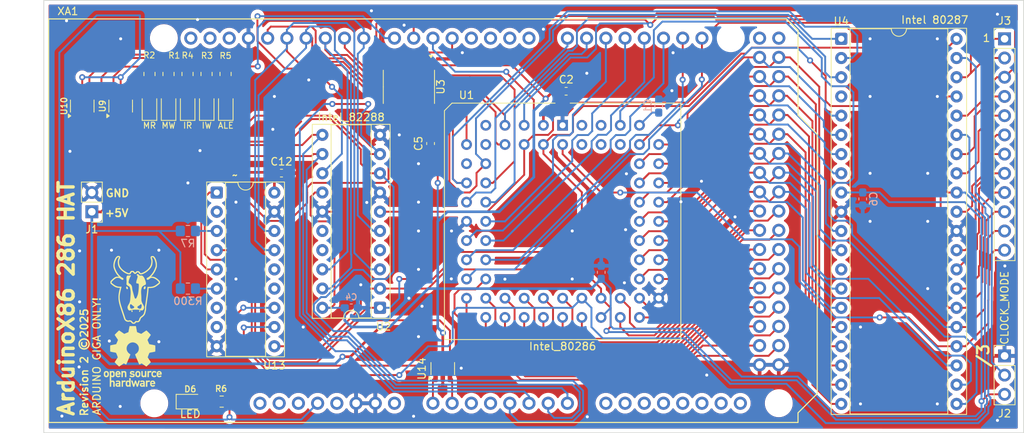
<source format=kicad_pcb>
(kicad_pcb (version 20241229) (generator "pcbnew") (generator_version "9.0")
  (title_block (title "Arduino286") (date "2023-01-18") (rev "1"))
  (layers (0 "F.Cu" signal) (2 "B.Cu" signal) (13 "F.Paste" user) (15 "B.Paste" user) (5 "F.SilkS" user "F.Silkscreen") (7 "B.SilkS" user "B.Silkscreen") (1 "F.Mask" user) (3 "B.Mask" user) (25 "Edge.Cuts" user))
  (net 0 "")
  (net 1 "Net-(U1-CAP)")
  (net 11 "~{BHE}")
  (net 12 "~{S1}")
  (net 13 "~{S0}")
  (net 14 "~{PEACK}")
  (net 15 "~{LOCK}")
  (net 16 "HLDA")
  (net 17 "COD{slash}~{INTA}")
  (net 18 "M{slash}~{IO}")
  (net 19 "~{ERROR}")
  (net 20 "~{BUSY}")
  (net 21 "INTR")
  (net 22 "NMI")
  (net 23 "PEREQ")
  (net 24 "~{READY}")
  (net 25 "HOLD")
  (net 26 "Net-(U13-~{SRDYEN})")
  (net 28 "ALE")
  (net 29 "~{MRDC}")
  (net 30 "~{MWTC}")
  (net 35 "/A22")
  (net 36 "/A23")
  (net 37 "/A20")
  (net 38 "/A18")
  (net 39 "/A16")
  (net 40 "/A14")
  (net 41 "/A12")
  (net 42 "/A10")
  (net 43 "/A8")
  (net 44 "/A6")
  (net 45 "/A21")
  (net 46 "/A19")
  (net 47 "/A17")
  (net 48 "/A15")
  (net 49 "/A13")
  (net 50 "/A11")
  (net 51 "/A9")
  (net 52 "/A7")
  (net 53 "/A5")
  (net 54 "/A3")
  (net 55 "/A2")
  (net 56 "/A0")
  (net 57 "/A4")
  (net 58 "/A1")
  (net 59 "+5V")
  (net 60 "GND")
  (net 61 "/D0")
  (net 62 "/D1")
  (net 63 "/D2")
  (net 64 "/D3")
  (net 65 "/D4")
  (net 66 "RESET")
  (net 67 "CLOCK")
  (net 68 "/D8")
  (net 69 "/D9")
  (net 70 "/D10")
  (net 71 "/D11")
  (net 72 "/D12")
  (net 73 "/D13")
  (net 74 "/D14")
  (net 75 "/D15")
  (net 76 "/D5")
  (net 77 "/D6")
  (net 78 "/D7")
  (net 79 "~{IORC}")
  (net 80 "~{INTA}")
  (net 81 "Net-(U13-F{slash}C)")
  (net 83 "+3.3V")
  (net 86 "Net-(D3-A)")
  (net 87 "Net-(D4-A)")
  (net 88 "Net-(D5-A)")
  (net 89 "Net-(D6-A)")
  (net 90 "Net-(U9-1Y)")
  (net 91 "Net-(U9-2Y)")
  (net 92 "Net-(U10-2Y)")
  (net 93 "Net-(U10-1Y)")
  (net 94 "Net-(LED1-A)")
  (net 95 "Net-(LED2-A)")
  (net 96 "~{IOWC}")
  (net 97 "Net-(U13-~{ARDY})")
  (net 98 "RESET_A")
  (net 99 "READY_A")
  (net 100 "Net-(U13-~{RES})")
  (net 111 "CLK_A")
  (net 115 "PCLK")
  (net 132 "CLK_5")
  (net 138 "Net-(J2-Pin_2)")
  (net 139 "CMD0")
  (net 140 "~{NPWR}")
  (net 141 "CMD1")
  (net 142 "~{NPRD}")
  (net 143 "~{NPS1}")
  (net 144 "NPS2")
  (footprint "Connector_PinHeader_2.54mm:PinHeader_1x02_P2.54mm_Vertical" (layer "F.Cu") (at 109.22 95.25 180)
    (property "Reference" "J1")
    (property "Value" "Conn_01x02_Pin" (hide yes))
  )
  (footprint "LED_SMD:LED_0805_2012Metric_Pad1.15x1.40mm_HandSolder" (layer "F.Cu") (at 124.406966 81.308875 90)
    (property "Reference" "D3" (hide yes))
    (property "Value" "IW")
  )
  (footprint "Package_DIP:DIP-18_W7.62mm_Socket" (layer "F.Cu") (at 125.73 92.71)
    (property "Reference" "U13")
    (property "Value" "~")
  )
  (footprint "Capacitor_SMD:C_0603_1608Metric_Pad1.08x0.95mm_HandSolder" (layer "F.Cu") (at 171.915344 79.322213 180)
    (property "Reference" "C2")
    (property "Value" "0.047uf" (hide yes))
  )
  (footprint "Capacitor_SMD:C_0603_1608Metric_Pad1.08x0.95mm_HandSolder" (layer "F.Cu") (at 134.285412 90.13994 180)
    (property "Reference" "C12")
    (property "Value" "0.047uf" (hide yes))
  )
  (footprint "LED_SMD:LED_0805_2012Metric_Pad1.15x1.40mm_HandSolder" (layer "F.Cu") (at 116.84 81.308875 90)
    (property "Reference" "LED2" (hide yes))
    (property "Value" "MR")
  )
  (footprint "Resistor_SMD:R_0805_2012Metric_Pad1.20x1.40mm_HandSolder" (layer "F.Cu") (at 121.868805 77.03958 -90)
    (property "Reference" "R4")
    (property "Value" "750Ω" (hide yes))
  )
  (footprint "286-plcc:PLCC-68_286-THT-Socket" (layer "F.Cu") (at 171.45 83.82)
    (property "Reference" "U1")
    (property "Value" "Intel_80286")
  )
  (footprint "Resistor_SMD:R_0805_2012Metric_Pad1.20x1.40mm_HandSolder" (layer "F.Cu") (at 126.897612 77.03958 -90)
    (property "Reference" "R5")
    (property "Value" "750Ω" (hide yes))
  )
  (footprint "Resistor_SMD:R_0805_2012Metric_Pad1.20x1.40mm_HandSolder" (layer "F.Cu") (at 116.839999 77.03958 -90)
    (property "Reference" "R2")
    (property "Value" "750Ω" (hide yes))
  )
  (footprint "Resistor_SMD:R_0805_2012Metric_Pad1.20x1.40mm_HandSolder" (layer "F.Cu") (at 126.384383 120.348083 180)
    (property "Reference" "R6")
    (property "Value" "750Ω" (hide yes))
  )
  (footprint "Connector_PinHeader_2.54mm:PinHeader_1x12_P2.54mm_Vertical" (layer "F.Cu") (at 229.87 72.39)
    (property "Reference" "J3")
    (property "Value" "Conn_01x12_Pin" (hide yes))
  )
  (footprint "Package_DIP:DIP-20_W7.62mm_Socket" (layer "F.Cu") (at 147.31 107.945 180)
    (property "Reference" "U2")
    (property "Value" "Intel_82288")
  )
  (footprint "Arduino_Library:Arduino_Mega2560_Shield" (layer "F.Cu") (at 103.505 123.1025)
    (property "Reference" "XA1")
    (property "Value" "Arduino_Mega2560_Shield")
  )
  (footprint "LED_SMD:LED_0805_2012Metric_Pad1.15x1.40mm_HandSolder" (layer "F.Cu") (at 121.884644 81.308875 90)
    (property "Reference" "D4" (hide yes))
    (property "Value" "IR")
  )
  (footprint "Connector_PinHeader_2.54mm:PinHeader_1x03_P2.54mm_Vertical" (layer "F.Cu") (at 229.87 114.3)
    (property "Reference" "J2")
    (property "Value" "CLOCK_MODE")
  )
  (footprint "Resistor_SMD:R_0805_2012Metric_Pad1.20x1.40mm_HandSolder" (layer "F.Cu") (at 124.383208 77.03958 -90)
    (property "Reference" "R3")
    (property "Value" "750Ω" (hide yes))
  )
  (footprint "Resistor_SMD:R_0805_2012Metric_Pad1.20x1.40mm_HandSolder" (layer "F.Cu") (at 119.354402 77.03958 -90)
    (property "Reference" "R1")
    (property "Value" "750Ω" (hide yes))
  )
  (footprint "Symbol:OSHW-Logo_7.5x8mm_SilkScreen" (layer "F.Cu") (at 114.618267 114.367948)
    (property "Reference" "REF**" (hide yes))
    (property "Value" "OSHW-Logo_7.5x8mm_SilkScreen" (hide yes))
  )
  (footprint "LED_SMD:LED_0805_2012Metric_Pad1.15x1.40mm_HandSolder" (layer "F.Cu") (at 122.227434 120.348083)
    (property "Reference" "D6")
    (property "Value" "LED")
  )
  (footprint "Package_TO_SOT_SMD:SOT-23-6" (layer "F.Cu") (at 155.606477 115.977171 90)
    (property "Reference" "U14")
    (property "Value" "SN74LVC2G14DBV" (hide yes))
  )
  (footprint "Package_TO_SOT_SMD:SOT-23-6" (layer "F.Cu") (at 107.95 81.28 90)
    (property "Reference" "U10")
    (property "Value" "SN74LVC2G14DBV" (hide yes))
  )
  (footprint "cow:cow_smal" (layer "F.Cu") (at 114.966928 105.60021)
    (property "Reference" "G***" (hide yes))
    (property "Value" "LOGO" (hide yes))
  )
  (footprint "Package_SO:TSSOP-20_4.4x6.5mm_P0.65mm" (layer "F.Cu") (at 151.13 78.74 -90)
    (property "Reference" "U3")
    (property "Value" "SN74AHCT245" (hide yes))
  )
  (footprint "LED_SMD:LED_0805_2012Metric_Pad1.15x1.40mm_HandSolder" (layer "F.Cu") (at 119.362322 81.308875 90)
    (property "Reference" "LED1" (hide yes))
    (property "Value" "MW")
  )
  (footprint "Capacitor_SMD:C_0603_1608Metric_Pad1.08x0.95mm_HandSolder" (layer "F.Cu") (at 153.99429 86.232439 90)
    (property "Reference" "C5")
    (property "Value" "0.047uf" (hide yes))
  )
  (footprint "Package_TO_SOT_SMD:SOT-23-6" (layer "F.Cu") (at 113.03 81.28 90)
    (property "Reference" "U9")
    (property "Value" "SN74LVC2G14DBV" (hide yes))
  )
  (footprint "LED_SMD:LED_0805_2012Metric_Pad1.15x1.40mm_HandSolder" (layer "F.Cu") (at 126.929288 81.308875 90)
    (property "Reference" "D5" (hide yes))
    (property "Value" "ALE")
  )
  (footprint "Package_DIP:DIP-40_W15.24mm_Socket" (layer "F.Cu") (at 208.28 72.39)
    (property "Reference" "U4")
    (property "Value" "Intel 80287")
  )
  (footprint "Capacitor_SMD:C_0603_1608Metric_Pad1.08x0.95mm_HandSolder" (layer "B.Cu") (at 176.552239 103.252723 -90)
    (property "Reference" "C3" (hide yes))
    (property "Value" "0.047uf" (hide yes))
  )
  (footprint "Resistor_SMD:R_0805_2012Metric_Pad1.20x1.40mm_HandSolder" (layer "B.Cu") (at 121.92 105.41)
    (property "Reference" "R300")
    (property "Value" "R")
  )
  (footprint "Capacitor_SMD:C_0603_1608Metric_Pad1.08x0.95mm_HandSolder" (layer "B.Cu") (at 184.15 81.28 -90)
    (property "Reference" "C1")
    (property "Value" "0.047uf")
  )
  (footprint "Capacitor_SMD:C_0603_1608Metric_Pad1.08x0.95mm_HandSolder" (layer "B.Cu") (at 211.120362 93.556852 90)
    (property "Reference" "C6")
    (property "Value" "0.047uf" (hide yes))
  )
  (footprint "Resistor_SMD:R_0805_2012Metric_Pad1.20x1.40mm_HandSolder" (layer "B.Cu") (at 121.92 97.79)
    (property "Reference" "R7")
    (property "Value" "R300")
  )
  (footprint "Capacitor_SMD:C_0603_1608Metric_Pad1.08x0.95mm_HandSolder" (layer "B.Cu") (at 143.51 107.95 180)
    (property "Reference" "C4")
    (property "Value" "0.047uf" (hide yes))
  )
  (gr_rect (start 102.87 67.31) (end 232.38927 124.46) (stroke (width 0.1)) (fill no) (layer "Edge.Cuts"))
  (gr_text "+5V" (at 110.854882 95.998029 0) (layer "F.SilkS") (effects (font (size 1 1) (thickness 0.2) (bold yes)) (justify left bottom)))
  (gr_text "ARDUINO GIGA ONLY!" (at 110.462189 122.232657 90) (layer "F.SilkS") (effects (font (size 1 1)) (justify left bottom)))
  (gr_text "/3" (at 227.933752 115.95042 90) (layer "F.SilkS") (effects (font (size 1.5 1.5) (thickness 0.3) (bold yes)) (justify left bottom)))
  (gr_text "ArduinoX86 286 HAT" (at 105.846195 106.68 90) (layer "F.SilkS") (effects (font (size 2 2) (thickness 0.45) (bold yes))))
  (gr_text "1" (at 226.906893 72.8756 0) (layer "F.SilkS") (effects (font (size 1 1)) (justify left bottom)))
  (gr_text "Revision 2 ©2025" (at 108.220516 115.15369 90) (layer "F.SilkS") (effects (font (size 1 1) (thickness 0.1875))))
  (gr_text "GND" (at 110.950157 93.377951 0) (layer "F.SilkS") (effects (font (size 1 1) (thickness 0.2) (bold yes)) (justify left bottom)))
  (segment (start 183.2875 82.1425) (end 184.15 82.1425) (width 0.25) (layer "B.Cu") (net 1))
  (segment (start 181.61 83.82) (end 183.2875 82.1425) (width 0.25) (layer "B.Cu") (net 1))
  (segment (start 146.507142 78.874527) (end 142.610619 74.978004) (width 0.25) (layer "F.Cu") (net 11))
  (segment (start 158.75 86.36) (end 158.75 80.857504) (width 0.25) (layer "F.Cu") (net 11))
  (segment (start 138.80836 71.320032) (end 138.267315 70.778987) (width 0.25) (layer "F.Cu") (net 11))
  (segment (start 142.610619 74.978004) (end 140.420255 74.978004) (width 0.25) (layer "F.Cu") (net 11))
  (segment (start 132.461 71.198178) (end 132.461 72.3025) (width 0.25) (layer "F.Cu") (net 11))
  (segment (start 138.267315 70.778987) (end 132.880191 70.778987) (width 0.25) (layer "F.Cu") (net 11))
  (segment (start 156.767023 78.874527) (end 146.507142 78.874527) (width 0.25) (layer "F.Cu") (net 11))
  (segment (start 138.80836 73.366109) (end 138.80836 71.320032) (width 0.25) (layer "F.Cu") (net 11))
  (segment (start 132.880191 70.778987) (end 132.461 71.198178) (width 0.25) (layer "F.Cu") (net 11))
  (segment (start 140.420255 74.978004) (end 138.80836 73.366109) (width 0.25) (layer "F.Cu") (net 11))
  (segment (start 158.75 80.857504) (end 156.767023 78.874527) (width 0.25) (layer "F.Cu") (net 11))
  (segment (start 154.456705 80.01) (end 156.487416 82.040711) (width 0.25) (layer "F.Cu") (net 12))
  (segment (start 160.070338 90.119662) (end 161.29 88.9) (width 0.25) (layer "F.Cu") (net 12))
  (segment (start 157.865631 92.704016) (end 159.172496 92.704016) (width 0.25) (layer "F.Cu") (net 12))
  (segment (start 160.070338 91.806174) (end 160.070338 90.119662) (width 0.25) (layer "F.Cu") (net 12))
  (segment (start 156.487416 91.325801) (end 157.865631 92.704016) (width 0.25) (layer "F.Cu") (net 12))
  (segment (start 135.001 72.3025) (end 135.001 74.041) (width 0.25) (layer "F.Cu") (net 12))
  (segment (start 142.236999 75.880004) (end 146.366995 80.01) (width 0.25) (layer "F.Cu") (net 12))
  (segment (start 159.172496 92.704016) (end 160.070338 91.806174) (width 0.25) (layer "F.Cu") (net 12))
  (segment (start 156.487416 82.040711) (end 156.487416 91.325801) (width 0.25) (layer "F.Cu") (net 12))
  (segment (start 146.366995 80.01) (end 154.456705 80.01) (width 0.25) (layer "F.Cu") (net 12))
  (segment (start 135.001 74.041) (end 136.840004 75.880004) (width 0.25) (layer "F.Cu") (net 12))
  (segment (start 136.840004 75.880004) (end 142.236999 75.880004) (width 0.25) (layer "F.Cu") (net 12))
  (segment (start 135.001 72.3025) (end 135.001 71.188339) (width 0.25) (layer "B.Cu") (net 12))
  (segment (start 135.889315 70.300024) (end 142.899243 70.300024) (width 0.25) (layer "B.Cu") (net 12))
  (segment (start 132.085173 100.33) (end 130.81 99.054827) (width 0.25) (layer "B.Cu") (net 12))
  (segment (start 130.81 99.054827) (end 130.81 77.84759) (width 0.25) (layer "B.Cu") (net 12))
  (segment (start 204.441613 72.39) (end 208.28 72.39) (width 0.25) (layer "B.Cu") (net 12))
  (segment (start 146.090169 102.865) (end 147.31 102.865) (width 0.25) (layer "B.Cu") (net 12))
  (segment (start 135.001 73.65659) (end 135.001 72.3025) (width 0.25) (layer "B.Cu") (net 12))
  (segment (start 172.259876 69.217126) (end 201.268739 69.217126) (width 0.25) (layer "B.Cu") (net 12))
  (segment (start 130.81 77.84759) (end 135.001 73.65659) (width 0.25) (layer "B.Cu") (net 12))
  (segment (start 143.918276 100.693107) (end 146.090169 102.865) (width 0.25) (layer "B.Cu") (net 12))
  (segment (start 133.35 100.33) (end 132.085173 100.33) (width 0.25) (layer "B.Cu") (net 12))
  (segment (start 161.29 88.9) (end 159.995665 87.605665) (width 0.25) (layer "B.Cu") (net 12))
  (segment (start 159.995665 87.605665) (end 159.995665 82.908424) (width 0.25) (layer "B.Cu") (net 12))
  (segment (start 135.001 71.188339) (end 135.889315 70.300024) (width 0.25) (layer "B.Cu") (net 12))
  (segment (start 142.899243 70.300024) (end 143.918276 71.319057) (width 0.25) (layer "B.Cu") (net 12))
  (segment (start 201.268739 69.217126) (end 204.441613 72.39) (width 0.25) (layer "B.Cu") (net 12))
  (segment (start 170.18 72.724089) (end 170.18 71.297002) (width 0.25) (layer "B.Cu") (net 12))
  (segment (start 143.918276 71.319057) (end 143.918276 100.693107) (width 0.25) (layer "B.Cu") (net 12))
  (segment (start 159.995665 82.908424) (end 170.18 72.724089) (width 0.25) (layer "B.Cu") (net 12))
  (segment (start 170.18 71.297002) (end 172.259876 69.217126) (width 0.25) (layer "B.Cu") (net 12))
  (segment (start 140.233445 75.429004) (end 138.35736 73.552919) (width 0.25) (layer "F.Cu") (net 13))
  (segment (start 138.35736 72.3025) (end 137.541 72.3025) (width 0.25) (layer "F.Cu") (net 13))
  (segment (start 146.469204 79.474399) (end 142.423809 75.429004) (width 0.25) (layer "F.Cu") (net 13))
  (segment (start 154.628096 79.474399) (end 146.469204 79.474399) (width 0.25) (layer "F.Cu") (net 13))
  (segment (start 158.75 91.44) (end 157.48 91.44) (width 0.25) (layer "F.Cu") (net 13))
  (segment (start 156.938416 81.784719) (end 154.628096 79.474399) (width 0.25) (layer "F.Cu") (net 13))
  (segment (start 142.423809 75.429004) (end 140.233445 75.429004) (width 0.25) (layer "F.Cu") (net 13))
  (segment (start 157.48 91.44) (end 156.938416 90.898416) (width 0.25) (layer "F.Cu") (net 13))
  (segment (start 156.938416 90.898416) (end 156.938416 81.784719) (width 0.25) (layer "F.Cu") (net 13))
  (segment (start 138.35736 73.552919) (end 138.35736 72.3025) (width 0.25) (layer "F.Cu") (net 13))
  (segment (start 158.75 91.44) (end 157.471163 91.44) (width 0.25) (layer "B.Cu") (net 13))
  (segment (start 201.455549 68.766126) (end 203.478655 70.789232) (width 0.25) (layer "B.Cu") (net 13))
  (segment (start 132.107829 97.79) (end 131.261 96.943171) (width 0.25) (layer "B.Cu") (net 13))
  (segment (start 143.51 102.61952) (end 140.72452 105.405) (width 0.25) (layer "B.Cu") (net 13))
  (segment (start 131.261 79.866309) (end 137.541 73.586309) (width 0.25) (layer "B.Cu") (net 13))
  (segment (start 209.713713 74.93) (end 208.28 74.93) (width 0.25) (layer "B.Cu") (net 13))
  (segment (start 137.541 73.586309) (end 137.541 72.3025) (width 0.25) (layer "B.Cu") (net 13))
  (segment (start 140.72452 105.405) (end 139.69 105.405) (width 0.25) (layer "B.Cu") (net 13))
  (segment (start 210.402922 71.967408) (end 210.402922 74.240791) (width 0.25) (layer "B.Cu") (net 13))
  (segment (start 143.467276 76.020425) (end 143.467276 100.879917) (width 0.25) (layer "B.Cu") (net 13))
  (segment (start 141.342493 73.895642) (end 143.467276 76.020425) (width 0.25) (layer "B.Cu") (net 13))
  (segment (start 143.467276 100.879917) (end 143.51 100.922641) (width 0.25) (layer "B.Cu") (net 13))
  (segment (start 156.935719 90.904556) (end 156.935719 85.33056) (width 0.25) (layer "B.Cu") (net 13))
  (segment (start 141.342493 71.398058) (end 141.342493 73.895642) (width 0.25) (layer "B.Cu") (net 13))
  (segment (start 169.729 72.537279) (end 169.729 71.110192) (width 0.25) (layer "B.Cu") (net 13))
  (segment (start 157.471163 91.44) (end 156.935719 90.904556) (width 0.25) (layer "B.Cu") (net 13))
  (segment (start 210.402922 74.240791) (end 209.713713 74.93) (width 0.25) (layer "B.Cu") (net 13))
  (segment (start 133.35 97.79) (end 132.107829 97.79) (width 0.25) (layer "B.Cu") (net 13))
  (segment (start 172.073066 68.766126) (end 201.455549 68.766126) (width 0.25) (layer "B.Cu") (net 13))
  (segment (start 203.478655 70.789232) (end 209.224746 70.789232) (width 0.25) (layer "B.Cu") (net 13))
  (segment (start 156.935719 85.33056) (end 169.729 72.537279) (width 0.25) (layer "B.Cu") (net 13))
  (segment (start 131.261 96.943171) (end 131.261 79.866309) (width 0.25) (layer "B.Cu") (net 13))
  (segment (start 143.51 100.922641) (end 143.51 102.61952) (width 0.25) (layer "B.Cu") (net 13))
  (segment (start 209.224746 70.789232) (end 210.402922 71.967408) (width 0.25) (layer "B.Cu") (net 13))
  (segment (start 138.035801 70.751024) (end 140.695459 70.751024) (width 0.25) (layer "B.Cu") (net 13))
  (segment (start 140.695459 70.751024) (end 141.342493 71.398058) (width 0.25) (layer "B.Cu") (net 13))
  (segment (start 137.541 71.245825) (end 138.035801 70.751024) (width 0.25) (layer "B.Cu") (net 13))
  (segment (start 169.729 71.110192) (end 172.073066 68.766126) (width 0.25) (layer "B.Cu") (net 13))
  (segment (start 137.541 72.3025) (end 137.541 71.245825) (width 0.25) (layer "B.Cu") (net 13))
  (segment (start 231.249996 76.090004) (end 229.87 77.47) (width 0.25) (layer "F.Cu") (net 14))
  (segment (start 165.1 88.55585) (end 165.1 79.11362) (width 0.25) (layer "F.Cu") (net 14))
  (segment (start 231.249996 70.716831) (end 231.249996 76.090004) (width 0.25) (layer "F.Cu") (net 14))
  (segment (start 183.557968 69.38737) (end 183.887291 69.058047) (width 0.25) (layer "F.Cu") (net 14))
  (segment (start 161.29 91.44) (end 162.21585 91.44) (width 0.25) (layer "F.Cu") (net 14))
  (segment (start 147.529403 77.223783) (end 146.819522 76.513902) (width 0.25) (layer "F.Cu") (net 14))
  (segment (start 191.932881 69.375071) (end 225.189651 69.375071) (width 0.25) (layer "F.Cu") (net 14))
  (segment (start 224.931148 82.55) (end 223.52 82.55) (width 0.25) (layer "F.Cu") (net 14))
  (segment (start 230.595114 70.061949) (end 231.249996 70.716831) (width 0.25) (layer "F.Cu") (net 14))
  (segment (start 147.86068 69.38737) (end 183.557968 69.38737) (width 0.25) (layer "F.Cu") (net 14))
  (segment (start 159.189123 77.230975) (end 159.181931 77.223783) (width 0.25) (layer "F.Cu") (net 14))
  (segment (start 159.181931 77.223783) (end 147.529403 77.223783) (width 0.25) (layer "F.Cu") (net 14))
  (segment (start 225.66458 69.85) (end 226.24008 69.85) (width 0.25) (layer "F.Cu") (net 14))
  (segment (start 146.819522 76.513902) (end 146.819522 76.475839) (width 0.25) (layer "F.Cu") (net 14))
  (segment (start 226.452029 70.061949) (end 230.595114 70.061949) (width 0.25) (layer "F.Cu") (net 14))
  (segment (start 165.1 79.11362) (end 163.217355 77.230975) (width 0.25) (layer "F.Cu") (net 14))
  (segment (start 146.819522 76.475839) (end 146.824393 76.470968) (width 0.25) (layer "F.Cu") (net 14))
  (segment (start 228.853727 77.47) (end 227.866025 78.457702) (width 0.25) (layer "F.Cu") (net 14))
  (segment (start 163.217355 77.230975) (end 159.189123 77.230975) (width 0.25) (layer "F.Cu") (net 14))
  (segment (start 225.189651 69.375071) (end 225.66458 69.85) (width 0.25) (layer "F.Cu") (net 14))
  (segment (start 227.866025 79.615123) (end 224.931148 82.55) (width 0.25) (layer "F.Cu") (net 14))
  (segment (start 183.887291 69.058047) (end 191.615857 69.058047) (width 0.25) (layer "F.Cu") (net 14))
  (segment (start 146.824393 76.470968) (end 146.824393 70.423657) (width 0.25) (layer "F.Cu") (net 14))
  (segment (start 227.866025 78.457702) (end 227.866025 79.615123) (width 0.25) (layer "F.Cu") (net 14))
  (segment (start 146.824393 70.423657) (end 147.86068 69.38737) (width 0.25) (layer "F.Cu") (net 14))
  (segment (start 191.615857 69.058047) (end 191.932881 69.375071) (width 0.25) (layer "F.Cu") (net 14))
  (segment (start 226.24008 69.85) (end 226.452029 70.061949) (width 0.25) (layer "F.Cu") (net 14))
  (segment (start 229.87 77.47) (end 228.853727 77.47) (width 0.25) (layer "F.Cu") (net 14))
  (segment (start 162.21585 91.44) (end 165.1 88.55585) (width 0.25) (layer "F.Cu") (net 14))
  (segment (start 166.37 86.36) (end 167.64 85.09) (width 0.25) (layer "F.Cu") (net 16))
  (segment (start 167.64 85.09) (end 167.64 80.467448) (width 0.25) (layer "F.Cu") (net 16))
  (segment (start 170.18 84.45219) (end 170.18 82.663213) (width 0.25) (layer "F.Cu") (net 16))
  (segment (start 191.481274 77.295709) (end 191.481274 70.918645) (width 0.25) (layer "F.Cu") (net 16))
  (segment (start 170.18 82.663213) (end 172.014213 80.829) (width 0.25) (layer "F.Cu") (net 16))
  (segment (start 161.491823 95.245) (end 147.31 95.245) (width 0.25) (layer "F.Cu") (net 16))
  (segment (start 225.411719 70.872759) (end 225.411719 76.921283) (width 0.25) (layer "F.Cu") (net 16))
  (segment (start 166.37 90.366823) (end 161.491823 95.245) (width 0.25) (layer "F.Cu") (net 16))
  (segment (start 166.37 86.36) (end 166.37 90.366823) (width 0.25) (layer "F.Cu") (net 16))
  (segment (start 192.122848 70.277071) (end 224.816031 70.277071) (width 0.25) (layer "F.Cu") (net 16))
  (segment (start 225.411719 76.921283) (end 227.403002 74.93) (width 0.25) (layer "F.Cu") (net 16))
  (segment (start 169.54219 85.09) (end 170.18 84.45219) (width 0.25) (layer "F.Cu") (net 16))
  (segment (start 227.403002 74.93) (end 229.87 74.93) (width 0.25) (layer "F.Cu") (net 16))
  (segment (start 167.64 80.467448) (end 163.997472 76.82492) (width 0.25) (layer "F.Cu") (net 16))
  (segment (start 172.014213 80.829) (end 187.947983 80.829) (width 0.25) (layer "F.Cu") (net 16))
  (segment (start 224.816031 70.277071) (end 225.411719 70.872759) (width 0.25) (layer "F.Cu") (net 16))
  (segment (start 163.997472 76.82492) (end 163.997472 76.741747) (width 0.25) (layer "F.Cu") (net 16))
  (segment (start 167.64 85.09) (end 169.54219 85.09) (width 0.25) (layer "F.Cu") (net 16))
  (segment (start 187.947983 80.829) (end 191.481274 77.295709) (width 0.25) (layer "F.Cu") (net 16))
  (segment (start 224.863002 77.47) (end 223.52 77.47) (width 0.25) (layer "F.Cu") (net 16))
  (segment (start 191.481274 70.918645) (end 192.122848 70.277071) (width 0.25) (layer "F.Cu") (net 16))
  (segment (start 225.411719 76.921283) (end 224.863002 77.47) (width 0.25) (layer "F.Cu") (net 16))
  (via (at 163.997472 76.741747) (size 0.8) (drill 0.4) (layers "F.Cu" "B.Cu") (net 16))
  (segment (start 157.240209 76.741747) (end 154.305 73.806538) (width 0.25) (layer "B.Cu") (net 16))
  (segment (start 154.305 73.806538) (end 154.305 72.3025) (width 0.25) (layer "B.Cu") (net 16))
  (segment (start 163.997472 76.741747) (end 157.240209 76.741747) (width 0.25) (layer "B.Cu") (net 16))
  (segment (start 163.830963 83.819037) (end 163.830963 82.510625) (width 0.25) (layer "F.Cu") (net 17))
  (segment (start 163.830963 82.510625) (end 158.995121 77.674783) (width 0.25) (layer "F.Cu") (net 17))
  (segment (start 146.758675 77.674783) (end 142.654064 73.570172) (width 0.25) (layer "F.Cu") (net 17))
  (segment (start 142.654064 73.570172) (end 142.654064 72.335564) (width 0.25) (layer "F.Cu") (net 17))
  (segment (start 158.995121 77.674783) (end 146.758675 77.674783) (width 0.25) (layer "F.Cu") (net 17))
  (segment (start 142.654064 72.335564) (end 142.621 72.3025) (width 0.25) (layer "F.Cu") (net 17))
  (segment (start 163.83 83.82) (end 163.830963 83.819037) (width 0.25) (layer "F.Cu") (net 17))
  (segment (start 173.340606 73.35468) (end 173.340606 71.197455) (width 0.25) (layer "B.Cu") (net 17))
  (segment (start 163.83 83.82) (end 163.83 82.263019) (width 0.25) (layer "B.Cu") (net 17))
  (segment (start 201.081929 69.668126) (end 206.155963 74.74216) (width 0.25) (layer "B.Cu") (net 17))
  (segment (start 206.155963 76.820606) (end 206.805357 77.47) (width 0.25) (layer "B.Cu") (net 17))
  (segment (start 174.869935 69.668126) (end 201.081929 69.668126) (width 0.25) (layer "B.Cu") (net 17))
  (segment (start 206.805357 77.47) (end 208.28 77.47) (width 0.25) (layer "B.Cu") (net 17))
  (segment (start 206.155963 74.74216) (end 206.155963 76.820606) (width 0.25) (layer "B.Cu") (net 17))
  (segment (start 172.732698 73.962588) (end 173.340606 73.35468) (width 0.25) (layer "B.Cu") (net 17))
  (segment (start 173.340606 71.197455) (end 174.869935 69.668126) (width 0.25) (layer "B.Cu") (net 17))
  (segment (start 172.130431 73.962588) (end 172.732698 73.962588) (width 0.25) (layer "B.Cu") (net 17))
  (segment (start 163.83 82.263019) (end 172.130431 73.962588) (width 0.25) (layer "B.Cu") (net 17))
  (segment (start 158.802304 78.296079) (end 162.58837 82.082145) (width 0.25) (layer "F.Cu") (net 18))
  (segment (start 162.58837 82.082145) (end 162.58837 86.024162) (width 0.25) (layer "F.Cu") (net 18))
  (segment (start 162.58837 86.024162) (end 162.924208 86.36) (width 0.25) (layer "F.Cu") (net 18))
  (segment (start 162.924208 86.36) (end 163.83 86.36) (width 0.25) (layer "F.Cu") (net 18))
  (segment (start 146.742161 78.296079) (end 158.802304 78.296079) (width 0.25) (layer "F.Cu") (net 18))
  (segment (start 142.973086 74.527004) (end 146.742161 78.296079) (width 0.25) (layer "F.Cu") (net 18))
  (segment (start 140.081 72.3025) (end 140.081 73.848007) (width 0.25) (layer "F.Cu") (net 18))
  (segment (start 140.759997 74.527004) (end 142.973086 74.527004) (width 0.25) (layer "F.Cu") (net 18))
  (segment (start 140.081 73.848007) (end 140.759997 74.527004) (width 0.25) (layer "F.Cu") (net 18))
  (segment (start 140.081 73.620997) (end 143.016276 76.556273) (width 0.25) (layer "B.Cu") (net 18))
  (segment (start 143.016276 76.556273) (end 143.016276 100.515757) (width 0.25) (layer "B.Cu") (net 18))
  (segment (start 140.667033 102.865) (end 139.69 102.865) (width 0.25) (layer "B.Cu") (net 18))
  (segment (start 140.081 72.3025) (end 140.081 73.620997) (width 0.25) (layer "B.Cu") (net 18))
  (segment (start 143.016276 100.515757) (end 140.667033 102.865) (width 0.25) (layer "B.Cu") (net 18))
  (segment (start 223.52 107.95) (end 224.728187 107.95) (width 0.25) (layer "F.Cu") (net 19))
  (segment (start 226.836314 104.633686) (end 226.928066 104.541934) (width 0.25) (layer "F.Cu") (net 19))
  (segment (start 184.15 83.82) (end 186.69 83.82) (width 0.25) (layer "F.Cu") (net 19))
  (segment (start 206.893842 81.28) (end 220.604964 81.28) (width 0.25) (layer "F.Cu") (net 19))
  (segment (start 226.928066 104.541934) (end 226.928066 102.639744) (width 0.25) (layer "F.Cu") (net 19))
  (segment (start 224.728187 107.95) (end 226.836314 105.841873) (width 0.25) (layer "F.Cu") (net 19))
  (segment (start 181.61 86.36) (end 184.15 83.82) (width 0.25) (layer "F.Cu") (net 19))
  (segment (start 228.6 95.25) (end 229.87 95.25) (width 0.25) (layer "F.Cu") (net 19))
  (segment (start 227.391827 98.371603) (end 227.391827 96.458173) (width 0.25) (layer "F.Cu") (net 19))
  (segment (start 227.131378 100.534242) (end 227.131378 98.632052) (width 0.25) (layer "F.Cu") (net 19))
  (segment (start 221.417262 82.092298) (end 221.417262 106.841234) (width 0.25) (layer "F.Cu") (net 19))
  (segment (start 226.928066 102.639744) (end 227.061481 102.506329) (width 0.25) (layer "F.Cu") (net 19))
  (segment (start 206.22234 80.608498) (end 206.893842 81.28) (width 0.25) (layer "F.Cu") (net 19))
  (segment (start 227.061481 102.506329) (end 227.061481 100.604139) (width 0.25) (layer "F.Cu") (net 19))
  (segment (start 222.526028 107.95) (end 223.52 107.95) (width 0.25) (layer "F.Cu") (net 19))
  (segment (start 227.061481 100.604139) (end 227.131378 100.534242) (width 0.25) (layer "F.Cu") (net 19))
  (segment (start 204.158305 75.241695) (end 206.22234 77.30573) (width 0.25) (layer "F.Cu") (net 19))
  (segment (start 221.417262 106.841234) (end 222.526028 107.95) (width 0.25) (layer "F.Cu") (net 19))
  (segment (start 227.131378 98.632052) (end 227.391827 98.371603) (width 0.25) (layer "F.Cu") (net 19))
  (segment (start 227.391827 96.458173) (end 228.6 95.25) (width 0.25) (layer "F.Cu") (net 19))
  (segment (start 220.604964 81.28) (end 221.417262 82.092298) (width 0.25) (layer "F.Cu") (net 19))
  (segment (start 226.836314 105.841873) (end 226.836314 104.633686) (width 0.25) (layer "F.Cu") (net 19))
  (segment (start 206.22234 77.30573) (end 206.22234 80.608498) (width 0.25) (layer "F.Cu") (net 19))
  (via (at 186.69 83.82) (size 0.8) (drill 0.4) (layers "F.Cu" "B.Cu") (net 19))
  (via (at 204.158305 75.241695) (size 0.8) (drill 0.4) (layers "F.Cu" "B.Cu") (net 19))
  (segment (start 202.490883 73.574272) (end 204.158305 75.241695) (width 0.25) (layer "B.Cu") (net 19))
  (segment (start 186.69 83.82) (end 186.69 83.322179) (width 0.25) (layer "B.Cu") (net 19))
  (segment (start 186.69 83.322179) (end 196.437907 73.574272) (width 0.25) (layer "B.Cu") (net 19))
  (segment (start 196.437907 73.574272) (end 202.490883 73.574272) (width 0.25) (layer "B.Cu") (net 19))
  (segment (start 227.287314 106.722686) (end 227.287314 104.820496) (width 0.25) (layer "F.Cu") (net 20))
  (segment (start 227.287314 104.820496) (end 227.379066 104.728744) (width 0.25) (layer "F.Cu") (net 20))
  (segment (start 227.379066 102.826554) (end 227.512481 102.693139) (width 0.25) (layer "F.Cu") (net 20))
  (segment (start 224.83473 110.49) (end 227.260102 108.064628) (width 0.25) (layer "F.Cu") (net 20))
  (segment (start 228.6 97.79) (end 229.87 97.79) (width 0.25) (layer "F.Cu") (net 20))
  (segment (start 227.260102 106.749898) (end 227.287314 106.722686) (width 0.25) (layer "F.Cu") (net 20))
  (segment (start 227.842827 98.558413) (end 227.842827 98.547173) (width 0.25) (layer "F.Cu") (net 20))
  (segment (start 227.582378 100.721052) (end 227.582378 98.818862) (width 0.25) (layer "F.Cu") (net 20))
  (segment (start 227.260102 108.064628) (end 227.260102 106.749898) (width 0.25) (layer "F.Cu") (net 20))
  (segment (start 227.842827 98.547173) (end 228.6 97.79) (width 0.25) (layer "F.Cu") (net 20))
  (segment (start 227.379066 104.728744) (end 227.379066 102.826554) (width 0.25) (layer "F.Cu") (net 20))
  (segment (start 227.512481 100.790949) (end 227.582378 100.721052) (width 0.25) (layer "F.Cu") (net 20))
  (segment (start 227.582378 98.818862) (end 227.842827 98.558413) (width 0.25) (layer "F.Cu") (net 20))
  (segment (start 227.512481 102.693139) (end 227.512481 100.790949) (width 0.25) (layer "F.Cu") (net 20))
  (segment (start 223.52 110.49) (end 224.83473 110.49) (width 0.25) (layer "F.Cu") (net 20))
  (segment (start 206.698306 95.722237) (end 207.411595 96.435526) (width 0.25) (layer "B.Cu") (net 20))
  (segment (start 209.889621 79.464606) (end 209.889621 90.771447) (width 0.25) (layer "B.Cu") (net 20))
  (segment (start 207.635615 91.432426) (end 206.698306 92.369735) (width 0.25) (layer "B.Cu") (net 20))
  (segment (start 207.411595 96.435526) (end 209.133645 96.435526) (width 0.25) (layer "B.Cu") (net 20))
  (segment (start 207.005581 78.660352) (end 209.085367 78.660352) (width 0.25) (layer "B.Cu") (net 20))
  (segment (start 205.704963 77.359734) (end 207.005581 78.660352) (width 0.25) (layer "B.Cu") (net 20))
  (segment (start 184.630944 70.119126) (end 200.895119 70.119126) (width 0.25) (layer "B.Cu") (net 20))
  (segment (start 179.07 83.82) (end 179.07 81.93728) (width 0.25) (layer "B.Cu") (net 20))
  (segment (start 200.895119 70.119126) (end 205.704963 74.92897) (width 0.25) (layer "B.Cu") (net 20))
  (segment (start 183.508364 77.498916) (end 183.508364 71.241706) (width 0.25) (layer "B.Cu") (net 20))
  (segment (start 206.698306 92.369735) (end 206.698306 95.722237) (width 0.25) (layer "B.Cu") (net 20))
  (segment (start 209.228642 91.432426) (end 207.635615 91.432426) (width 0.25) (layer "B.Cu") (net 20))
  (segment (start 209.889621 90.771447) (end 209.228642 91.432426) (width 0.25) (layer "B.Cu") (net 20))
  (segment (start 205.704963 74.92897) (end 205.704963 77.359734) (width 0.25) (layer "B.Cu") (net 20))
  (segment (start 209.71594 98.254076) (end 221.951864 110.49) (width 0.25) (layer "B.Cu") (net 20))
  (segment (start 179.07 81.93728) (end 183.508364 77.498916) (width 0.25) (layer "B.Cu") (net 20))
  (segment (start 221.951864 110.49) (end 223.52 110.49) (width 0.25) (layer "B.Cu") (net 20))
  (segment (start 209.133645 96.435526) (end 209.71594 97.017821) (width 0.25) (layer "B.Cu") (net 20))
  (segment (start 183.508364 71.241706) (end 184.630944 70.119126) (width 0.25) (layer "B.Cu") (net 20))
  (segment (start 209.085367 78.660352) (end 209.889621 79.464606) (width 0.25) (layer "B.Cu") (net 20))
  (segment (start 209.71594 97.017821) (end 209.71594 98.254076) (width 0.25) (layer "B.Cu") (net 20))
  (segment (start 220.98 113.03) (end 223.52 113.03) (width 0.25) (layer "F.Cu") (net 23))
  (segment (start 227.830066 104.915554) (end 227.830066 103.013364) (width 0.25) (layer "F.Cu") (net 23))
  (segment (start 227.711102 106.936708) (end 227.738314 106.909496) (width 0.25) (layer "F.Cu") (net 23))
  (segment (start 176.532226 92.71) (end 171.45 87.627774) (width 0.25) (layer "F.Cu") (net 23))
  (segment (start 227.738314 106.909496) (end 227.738314 105.007306) (width 0.25) (layer "F.Cu") (net 23))
  (segment (start 224.684819 113.03) (end 227.711102 110.003717) (width 0.25) (layer "F.Cu") (net 23))
  (segment (start 213.36 109.22) (end 217.17 109.22) (width 0.25) (layer "F.Cu") (net 23))
  (segment (start 179.07 92.71) (end 176.532226 92.71) (width 0.25) (layer "F.Cu") (net 23))
  (segment (start 223.52 113.03) (end 224.684819 113.03) (width 0.25) (layer "F.Cu") (net 23))
  (segment (start 227.830066 103.013364) (end 227.963481 102.879949) (width 0.25) (layer "F.Cu") (net 23))
  (segment (start 227.711102 110.003717) (end 227.711102 106.936708) (width 0.25) (layer "F.Cu") (net 23))
  (segment (start 228.6 100.33) (end 229.87 100.33) (width 0.25) (layer "F.Cu") (net 23))
  (segment (start 227.963481 102.879949) (end 227.963481 100.966519) (width 0.25) (layer "F.Cu") (net 23))
  (segment (start 217.17 109.22) (end 220.98 113.03) (width 0.25) (layer "F.Cu") (net 23))
  (segment (start 227.738314 105.007306) (end 227.830066 104.915554) (width 0.25) (layer "F.Cu") (net 23))
  (segment (start 171.45 87.627774) (end 171.45 86.36) (width 0.25) (layer "F.Cu") (net 23))
  (segment (start 227.963481 100.966519) (end 228.6 100.33) (width 0.25) (layer "F.Cu") (net 23))
  (via (at 179.07 92.71) (size 0.8) (drill 0.4) (layers "F.Cu" "B.Cu") (net 23))
  (via (at 213.36 109.22) (size 0.8) (drill 0.4) (layers "F.Cu" "B.Cu") (net 23))
  (segment (start 207.499035 109.22) (end 213.36 109.22) (width 0.25) (layer "B.Cu") (net 23))
  (segment (start 202.749 99.879) (end 202.749 104.469965) (width 0.25) (layer "B.Cu") (net 23))
  (segment (start 179.07 92.71) (end 189.23 92.71) (width 0.25) (layer "B.Cu") (net 23))
  (segment (start 202.749 104.469965) (end 207.499035 109.22) (width 0.25) (layer "B.Cu") (net 23))
  (segment (start 189.23 92.71) (end 195.4121 98.8921) (width 0.25) (layer "B.Cu") (net 23))
  (segment (start 195.4121 98.8921) (end 201.7621 98.8921) (width 0.25) (layer "B.Cu") (net 23))
  (segment (start 201.7621 98.8921) (end 202.749 99.879) (width 0.25) (layer "B.Cu") (net 23))
  (segment (start 145.559552 107.945) (end 147.31 107.945) (width 0.25) (layer "F.Cu") (net 24))
  (segment (start 130.81 101.6) (end 130.81 112.780732) (width 0.25) (layer "F.Cu") (net 24))
  (segment (start 125.73 100.33) (end 129.54 100.33) (width 0.25) (layer "F.Cu") (net 24))
  (segment (start 172.827304 82.624116) (end 174.17142 81.28) (width 0.25) (layer "F.Cu") (net 24))
  (segment (start 170.18 85.09) (end 172.435674 85.09) (width 0.25) (layer "F.Cu") (net 24))
  (segment (start 157.87939 100.5628) (end 154.30219 104.14) (width 0.25) (layer "F.Cu") (net 24))
  (segment (start 195.065042 74.349751) (end 195.662427 74.349751) (width 0.25) (layer "F.Cu") (net 24))
  (segment (start 132.719528 114.69026) (end 138.814292 114.69026) (width 0.25) (layer "F.Cu") (net 24))
  (segment (start 188.134793 81.28) (end 195.065042 74.349751) (width 0.25) (layer "F.Cu") (net 24))
  (segment (start 172.435674 85.09) (end 172.827304 84.69837) (width 0.25) (layer "F.Cu") (net 24))
  (segment (start 168.91 86.36) (end 168.91 87.589467) (width 0.25) (layer "F.Cu") (net 24))
  (segment (start 173.99 98.525605) (end 171.952805 100.5628) (width 0.25) (layer "F.Cu") (net 24))
  (segment (start 168.91 87.589467) (end 173.99 92.669467) (width 0.25) (layer "F.Cu") (net 24))
  (segment (start 168.91 86.36) (end 170.18 85.09) (width 0.25) (layer "F.Cu") (net 24))
  (segment (start 154.30219 104.14) (end 149.86 104.14) (width 0.25) (layer "F.Cu") (net 24))
  (segment (start 196.451743 73.560435) (end 222.349565 73.560435) (width 0.25) (layer "F.Cu") (net 24))
  (segment (start 195.662427 74.349751) (end 196.451743 73.560435) (width 0.25) (layer "F.Cu") (net 24))
  (segment (start 173.99 92.669467) (end 173.99 98.525605) (width 0.25) (layer "F.Cu") (net 24))
  (segment (start 129.54 100.33) (end 130.81 101.6) (width 0.25) (layer "F.Cu") (net 24))
  (segment (start 138.814292 114.69026) (end 145.559552 107.945) (width 0.25) (layer "F.Cu") (net 24))
  (segment (start 174.17142 81.28) (end 188.134793 81.28) (width 0.25) (layer "F.Cu") (net 24))
  (segment (start 130.81 112.780732) (end 132.719528 114.69026) (width 0.25) (layer "F.Cu") (net 24))
  (segment (start 172.827304 84.69837) (end 172.827304 82.624116) (width 0.25) (layer "F.Cu") (net 24))
  (segment (start 222.349565 73.560435) (end 223.52 72.39) (width 0.25) (layer "F.Cu") (net 24))
  (segment (start 171.952805 100.5628) (end 157.87939 100.5628) (width 0.25) (layer "F.Cu") (net 24))
  (via (at 149.86 104.14) (size 0.8) (drill 0.4) (layers "F.Cu" "B.Cu") (net 24))
  (segment (start 148.615831 107.945) (end 147.31 107.945) (width 0.25) (layer "B.Cu") (net 24))
  (segment (start 149.86 106.700831) (end 148.615831 107.945) (width 0.25) (layer "B.Cu") (net 24))
  (segment (start 149.86 104.14) (end 149.86 106.700831) (width 0.25) (layer "B.Cu") (net 24))
  (segment (start 183.032309 70.550839) (end 182.31984 69.83837) (width 0.25) (layer "F.Cu") (net 25))
  (segment (start 183.032309 70.550839) (end 184.074101 69.509047) (width 0.25) (layer "F.Cu") (net 25))
  (segment (start 191.746071 69.826071) (end 225.002841 69.826071) (width 0.25) (layer "F.Cu") (net 25))
  (segment (start 151.760465 70.93146) (end 151.760465 72.297965) (width 0.25) (layer "F.Cu") (net 25))
  (segment (start 151.760465 72.297965) (end 151.765 72.3025) (width 0.25) (layer "F.Cu") (net 25))
  (segment (start 184.074101 69.509047) (end 191.429047 69.509047) (width 0.25) (layer "F.Cu") (net 25))
  (segment (start 152.853555 69.83837) (end 151.760465 70.93146) (width 0.25) (layer "F.Cu") (net 25))
  (segment (start 227.56677 72.39) (end 229.87 72.39) (width 0.25) (layer "F.Cu") (net 25))
  (segment (start 225.002841 69.826071) (end 227.56677 72.39) (width 0.25) (layer "F.Cu") (net 25))
  (segment (start 191.429047 69.509047) (end 191.746071 69.826071) (width 0.25) (layer "F.Cu") (net 25))
  (segment (start 182.31984 69.83837) (end 152.853555 69.83837) (width 0.25) (layer "F.Cu") (net 25))
  (via (at 183.032309 70.550839) (size 0.8) (drill 0.4) (layers "F.Cu" "B.Cu") (net 25))
  (segment (start 175.86243 73.706106) (end 175.86243 70.891668) (width 0.25) (layer "B.Cu") (net 25))
  (segment (start 175.86243 70.891668) (end 176.394478 70.35962) (width 0.25) (layer "B.Cu") (net 25))
  (segment (start 166.37 80.998639) (end 172.504051 74.864588) (width 0.25) (layer "B.Cu") (net 25))
  (segment (start 172.504051 74.864588) (end 174.703948 74.864588) (width 0.25) (layer "B.Cu") (net 25))
  (segment (start 174.703948 74.864588) (end 175.86243 73.706106) (width 0.25) (layer "B.Cu") (net 25))
  (segment (start 166.37 83.82) (end 166.37 80.998639) (width 0.25) (layer "B.Cu") (net 25))
  (segment (start 176.394478 70.35962) (end 182.84109 70.35962) (width 0.25) (layer "B.Cu") (net 25))
  (segment (start 182.84109 70.35962) (end 183.032309 70.550839) (width 0.25) (layer "B.Cu") (net 25))
  (segment (start 125.73 97.79) (end 122.92 97.79) (width 0.25) (layer "B.Cu") (net 26))
  (segment (start 131.151374 76.03958) (end 126.897612 76.03958) (width 0.25) (layer "F.Cu") (net 28))
  (segment (start 131.155254 76.0357) (end 131.151374 76.03958) (width 0.25) (layer "F.Cu") (net 28))
  (via (at 131.155254 76.0357) (size 0.8) (drill 0.4) (layers "F.Cu" "B.Cu") (net 28))
  (segment (start 135.199956 69.849024) (end 143.928838 69.849024) (width 0.25) (layer "B.Cu") (net 28))
  (segment (start 131.155254 76.0357) (end 131.155254 70.92129) (width 0.25) (layer "B.Cu") (net 28))
  (segment (start 145.161 71.081186) (end 145.161 72.3025) (width 0.25) (layer "B.Cu") (net 28))
  (segment (start 132.226544 69.85) (end 135.19898 69.85) (width 0.25) (layer "B.Cu") (net 28))
  (segment (start 135.19898 69.85) (end 135.199956 69.849024) (width 0.25) (layer "B.Cu") (net 28))
  (segment (start 145.161 73.593413) (end 145.161 72.3025) (width 0.25) (layer "B.Cu") (net 28))
  (segment (start 144.369276 95.737958) (end 144.369276 74.385137) (width 0.25) (layer "B.Cu") (net 28))
  (segment (start 146.416318 97.785) (end 144.369276 95.737958) (width 0.25) (layer "B.Cu") (net 28))
  (segment (start 147.31 97.785) (end 146.416318 97.785) (width 0.25) (layer "B.Cu") (net 28))
  (segment (start 131.155254 70.92129) (end 132.226544 69.85) (width 0.25) (layer "B.Cu") (net 28))
  (segment (start 144.369276 74.385137) (end 145.161 73.593413) (width 0.25) (layer "B.Cu") (net 28))
  (segment (start 143.928838 69.849024) (end 145.161 71.081186) (width 0.25) (layer "B.Cu") (net 28))
  (segment (start 113.922336 85.982336) (end 112.08 84.14) (width 0.25) (layer "F.Cu") (net 29))
  (segment (start 112.08 84.14) (end 112.08 82.4175) (width 0.25) (layer "F.Cu") (net 29))
  (segment (start 146.045 90.165) (end 144.78 88.9) (width 0.25) (layer "F.Cu") (net 29))
  (segment (start 129.27581 85.992) (end 114.253955 85.992) (width 0.25) (layer "F.Cu") (net 29))
  (segment (start 147.31 90.165) (end 146.045 90.165) (width 0.25) (layer "F.Cu") (net 29))
  (segment (start 114.253955 85.992) (end 114.244291 85.982336) (width 0.25) (layer "F.Cu") (net 29))
  (segment (start 129.285474 85.982336) (end 129.27581 85.992) (width 0.25) (layer "F.Cu") (net 29))
  (segment (start 135.297421 85.982336) (end 129.285474 85.982336) (width 0.25) (layer "F.Cu") (net 29))
  (segment (start 140.78069 83.001) (end 138.278757 83.001) (width 0.25) (layer "F.Cu") (net 29))
  (segment (start 144.78 87.00031) (end 140.78069 83.001) (width 0.25) (layer "F.Cu") (net 29))
  (segment (start 144.78 88.9) (end 144.78 87.00031) (width 0.25) (layer "F.Cu") (net 29))
  (segment (start 114.244291 85.982336) (end 113.922336 85.982336) (width 0.25) (layer "F.Cu") (net 29))
  (segment (start 138.278757 83.001) (end 135.297421 85.982336) (width 0.25) (layer "F.Cu") (net 29))
  (segment (start 172.829864 117.582054) (end 174.156536 118.908726) (width 0.25) (layer "B.Cu") (net 29))
  (segment (start 149.104021 103.165428) (end 148.129449 104.14) (width 0.25) (layer "B.Cu") (net 29))
  (segment (start 145.068425 102.93978) (end 143.82755 102.93978) (width 0.25) (layer "B.Cu") (net 29))
  (segment (start 141.186595 111.034) (end 143.009291 111.034) (width 0.25) (layer "B.Cu") (net 29))
  (segment (start 149.104021 91.959021) (end 149.104021 103.165428) (width 0.25) (layer "B.Cu") (net 29))
  (segment (start 140.156405 106.531) (end 139.511595 106.531) (width 0.25) (layer "B.Cu") (net 29))
  (segment (start 174.156536 118.908726) (end 174.156536 121.631455) (width 0.25) (layer "B.Cu") (net 29))
  (segment (start 140.816 105.871405) (end 140.156405 106.531) (width 0.25) (layer "B.Cu") (net 29))
  (segment (start 146.268645 104.14) (end 145.068425 102.93978) (width 0.25) (layer "B.Cu") (net 29))
  (segment (start 138.564 107.478595) (end 138.564 108.411405) (width 0.25) (layer "B.Cu") (net 29))
  (segment (start 174.156536 121.631455) (end 172.828501 122.95949) (width 0.25) (layer "B.Cu") (net 29))
  (segment (start 143.009291 111.034) (end 149.557345 117.582054) (width 0.25) (layer "B.Cu") (net 29))
  (segment (start 140.816 105.856) (end 140.816 105.871405) (width 0.25) (layer "B.Cu") (net 29))
  (segment (start 143.82755 102.93978) (end 140.91133 105.856) (width 0.25) (layer "B.Cu") (net 29))
  (segment (start 140.91133 105.856) (end 140.816 105.856) (width 0.25) (layer "B.Cu") (net 29))
  (segment (start 138.564 108.411405) (end 141.186595 111.034) (width 0.25) (layer "B.Cu") (net 29))
  (segment (start 172.828501 122.95949) (end 165.58935 122.95949) (width 0.25) (layer "B.Cu") (net 29))
  (segment (start 147.31 90.165) (end 149.104021 91.959021) (width 0.25) (layer "B.Cu") (net 29))
  (segment (start 148.129449 104.14) (end 146.268645 104.14) (width 0.25) (layer "B.Cu") (net 29))
  (segment (start 164.465 121.83514) (end 164.465 120.5625) (width 0.25) (layer "B.Cu") (net 29))
  (segment (start 149.557345 117.582054) (end 172.829864 117.582054) (width 0.25) (layer "B.Cu") (net 29))
  (segment (start 165.58935 122.95949) (end 164.465 121.83514) (width 0.25) (layer "B.Cu") (net 29))
  (segment (start 139.511595 106.531) (end 138.564 107.478595) (width 0.25) (layer "B.Cu") (net 29))
  (segment (start 113.98 84.096944) (end 113.98 82.4175) (width 0.25) (layer "F.Cu") (net 30))
  (segment (start 128.27 85.09) (end 114.973056 85.09) (width 0.25) (layer "F.Cu") (net 30))
  (segment (start 130.81 82.55) (end 128.27 85.09) (width 0.25) (layer "F.Cu") (net 30))
  (segment (start 146.0425 87.625) (end 140.9675 82.55) (width 0.25) (layer "F.Cu") (net 30))
  (segment (start 147.31 87.625) (end 146.0425 87.625) (width 0.25) (layer "F.Cu") (net 30))
  (segment (start 145.751541 81.0051) (end 141.012344 81.0051) (width 0.25) (layer "F.Cu") (net 30))
  (segment (start 114.973056 85.09) (end 113.98 84.096944) (width 0.25) (layer "F.Cu") (net 30))
  (segment (start 140.9675 82.55) (end 130.81 82.55) (width 0.25) (layer "F.Cu") (net 30))
  (via (at 145.751541 81.0051) (size 0.8) (drill 0.4) (layers "F.Cu" "B.Cu") (net 30))
  (via (at 141.012344 81.0051) (size 0.8) (drill 0.4) (layers "F.Cu" "B.Cu") (net 30))
  (segment (start 136.709 84.271) (end 136.709 108.975018) (width 0.25) (layer "B.Cu") (net 30))
  (segment (start 145.751541 81.375987) (end 145.751541 81.0051) (width 0.25) (layer "B.Cu") (net 30))
  (segment (start 136.709 108.975018) (end 141.42033 113.686348) (width 0.25) (layer "B.Cu") (net 30))
  (segment (start 144.820276 85.135276) (end 144.820276 82.307252) (width 0.25) (layer "B.Cu") (net 30))
  (segment (start 141.012344 81.0051) (end 139.9749 81.0051) (width 0.25) (layer "B.Cu") (net 30))
  (segment (start 147.31 87.625) (end 144.820276 85.135276) (width 0.25) (layer "B.Cu") (net 30))
  (segment (start 139.9749 81.0051) (end 136.709 84.271) (width 0.25) (layer "B.Cu") (net 30))
  (segment (start 167.005 119.632535) (end 167.005 120.5625) (width 0.25) (layer "B.Cu") (net 30))
  (segment (start 166.384465 119.012) (end 167.005 119.632535) (width 0.25) (layer "B.Cu") (net 30))
  (segment (start 149.073861 119.012) (end 166.384465 119.012) (width 0.25) (layer "B.Cu") (net 30))
  (segment (start 143.748209 113.686348) (end 149.073861 119.012) (width 0.25) (layer "B.Cu") (net 30))
  (segment (start 144.820276 82.307252) (end 145.751541 81.375987) (width 0.25) (layer "B.Cu") (net 30))
  (segment (start 141.42033 113.686348) (end 143.748209 113.686348) (width 0.25) (layer "B.Cu") (net 30))
  (segment (start 165.1 91.44) (end 165.1 81.630829) (width 0.25) (layer "B.Cu") (net 35))
  (segment (start 174.625 73.747396) (end 174.625 72.3025) (width 0.25) (layer "B.Cu") (net 35))
  (segment (start 165.1 81.630829) (end 172.317241 74.413588) (width 0.25) (layer "B.Cu") (net 35))
  (segment (start 161.29 93.98) (end 162.56 93.98) (width 0.25) (layer "B.Cu") (net 35))
  (segment (start 173.958808 74.413588) (end 174.625 73.747396) (width 0.25) (layer "B.Cu") (net 35))
  (segment (start 172.317241 74.413588) (end 173.958808 74.413588) (width 0.25) (layer "B.Cu") (net 35))
  (segment (start 162.56 93.98) (end 165.1 91.44) (width 0.25) (layer "B.Cu") (net 35))
  (segment (start 160.02 92.71) (end 161.974794 92.71) (width 0.25) (layer "B.Cu") (net 36))
  (segment (start 172.085 73.370209) (end 172.085 72.3025) (width 0.25) (layer "B.Cu") (net 36))
  (segment (start 162.56 82.895209) (end 172.085 73.370209) (width 0.25) (layer "B.Cu") (net 36))
  (segment (start 162.56 92.124794) (end 162.56 82.895209) (width 0.25) (layer "B.Cu") (net 36))
  (segment (start 161.974794 92.71) (end 162.56 92.124794) (width 0.25) (layer "B.Cu") (net 36))
  (segment (start 158.75 93.98) (end 160.02 92.71) (width 0.25) (layer "B.Cu") (net 36))
  (segment (start 160.069423 97.740577) (end 163.543649 97.740577) (width 0.25) (layer "B.Cu") (net 37))
  (segment (start 172.72 88.564226) (end 172.72 85.823918) (width 0.25) (layer "B.Cu") (net 37))
  (segment (start 175.363935 84.576009) (end 175.353586 84.576009) (width 0.25) (layer "B.Cu") (net 37))
  (segment (start 175.35405 84.575545) (end 175.35405 82.25579) (width 0.25) (layer "B.Cu") (net 37))
  (segment (start 158.75 99.06) (end 160.069423 97.740577) (width 0.25) (layer "B.Cu") (net 37))
  (segment (start 163.543649 97.740577) (end 172.72 88.564226) (width 0.25) (layer "B.Cu") (net 37))
  (segment (start 174.830176 85.109768) (end 175.363935 84.576009) (width 0.25) (layer "B.Cu") (net 37))
  (segment (start 175.353586 84.576009) (end 175.35405 84.575545) (width 0.25) (layer "B.Cu") (net 37))
  (segment (start 179.705 77.90484) (end 179.705 72.3025) (width 0.25) (layer "B.Cu") (net 37))
  (segment (start 172.72 85.823918) (end 173.43415 85.109768) (width 0.25) (layer "B.Cu") (net 37))
  (segment (start 173.43415 85.109768) (end 174.830176 85.109768) (width 0.25) (layer "B.Cu") (net 37))
  (segment (start 175.35405 82.25579) (end 179.705 77.90484) (width 0.25) (layer "B.Cu") (net 37))
  (segment (start 158.75 101.6) (end 160.010414 100.339586) (width 0.25) (layer "B.Cu") (net 38))
  (segment (start 160.010414 100.339586) (end 164.898113 100.339586) (width 0.25) (layer "B.Cu") (net 38))
  (segment (start 180.384479 84.452455) (end 180.384479 82.663522) (width 0.25) (layer "B.Cu") (net 38))
  (segment (start 177.8 85.799356) (end 178.489439 85.109917) (width 0.25) (layer "B.Cu") (net 38))
  (segment (start 180.384479 82.663522) (end 184.785 78.263001) (width 0.25) (layer "B.Cu") (net 38))
  (segment (start 184.785 78.263001) (end 184.785 72.3025) (width 0.25) (layer "B.Cu") (net 38))
  (segment (start 179.727017 85.109917) (end 180.384479 84.452455) (width 0.25) (layer "B.Cu") (net 38))
  (segment (start 164.898113 100.339586) (end 177.8 87.437699) (width 0.25) (layer "B.Cu") (net 38))
  (segment (start 178.489439 85.109917) (end 179.727017 85.109917) (width 0.25) (layer "B.Cu") (net 38))
  (segment (start 177.8 87.437699) (end 177.8 85.799356) (width 0.25) (layer "B.Cu") (net 38))
  (segment (start 189.865 77.754855) (end 189.865 72.3025) (width 0.25) (layer "F.Cu") (net 39))
  (segment (start 189.851163 77.768692) (end 189.865 77.754855) (width 0.25) (layer "F.Cu") (net 39))
  (via (at 189.851163 77.768692) (size 0.8) (drill 0.4) (layers "F.Cu" "B.Cu") (net 39))
  (segment (start 189.865 77.782529) (end 189.851163 77.768692) (width 0.25) (layer "B.Cu") (net 39))
  (segment (start 158.75 104.14) (end 160.010116 102.879884) (width 0.25) (layer "B.Cu") (net 39))
  (segment (start 180.34 87.63) (end 182.128931 87.63) (width 0.25) (layer "B.Cu") (net 39))
  (segment (start 182.128931 87.63) (end 182.88 86.878931) (width 0.25) (layer "B.Cu") (net 39))
  (segment (start 182.88 85.695123) (end 189.865 78.710123) (width 0.25) (layer "B.Cu") (net 39))
  (segment (start 189.865 78.710123) (end 189.865 77.782529) (width 0.25) (layer "B.Cu") (net 39))
  (segment (start 165.090116 102.879884) (end 180.34 87.63) (width 0.25) (layer "B.Cu") (net 39))
  (segment (start 182.88 86.878931) (end 182.88 85.695123) (width 0.25) (layer "B.Cu") (net 39))
  (segment (start 160.010116 102.879884) (end 165.090116 102.879884) (width 0.25) (layer "B.Cu") (net 39))
  (segment (start 158.75 106.68) (end 158.75 109.250059) (width 0.25) (layer "F.Cu") (net 40))
  (segment (start 185.89743 117.006) (end 189.96093 112.9425) (width 0.25) (layer "F.Cu") (net 40))
  (segment (start 166.505941 117.006) (end 185.89743 117.006) (width 0.25) (layer "F.Cu") (net 40))
  (segment (start 158.75 109.250059) (end 166.505941 117.006) (width 0.25) (layer "F.Cu") (net 40))
  (segment (start 189.96093 112.9425) (end 197.485 112.9425) (width 0.25) (layer "F.Cu") (net 40))
  (segment (start 185.52381 116.104) (end 191.22531 110.4025) (width 0.25) (layer "F.Cu") (net 41))
  (segment (start 167.986488 116.104) (end 185.52381 116.104) (width 0.25) (layer "F.Cu") (net 41))
  (segment (start 162.56 107.95) (end 162.56 110.677512) (width 0.25) (layer "F.Cu") (net 41))
  (segment (start 162.56 110.677512) (end 167.986488 116.104) (width 0.25) (layer "F.Cu") (net 41))
  (segment (start 161.29 106.68) (end 162.56 107.95) (width 0.25) (layer "F.Cu") (net 41))
  (segment (start 191.22531 110.4025) (end 197.485 110.4025) (width 0.25) (layer "F.Cu") (net 41))
  (segment (start 169.63236 115.202) (end 185.114572 115.202) (width 0.25) (layer "F.Cu") (net 42))
  (segment (start 163.83 106.68) (end 165.1 107.95) (width 0.25) (layer "F.Cu") (net 42))
  (segment (start 165.1 110.66964) (end 169.63236 115.202) (width 0.25) (layer "F.Cu") (net 42))
  (segment (start 192.454072 107.8625) (end 197.485 107.8625) (width 0.25) (layer "F.Cu") (net 42))
  (segment (start 185.114572 115.202) (end 192.454072 107.8625) (width 0.25) (layer "F.Cu") (net 42))
  (segment (start 165.1 107.95) (end 165.1 110.66964) (width 0.25) (layer "F.Cu") (net 42))
  (segment (start 167.715147 110.485704) (end 171.529443 114.3) (width 0.25) (layer "F.Cu") (net 43))
  (segment (start 166.37 106.68) (end 167.715147 108.025147) (width 0.25) (layer "F.Cu") (net 43))
  (segment (start 193.718452 105.3225) (end 197.485 105.3225) (width 0.25) (layer "F.Cu") (net 43))
  (segment (start 167.715147 108.025147) (end 167.715147 110.485704) (width 0.25) (layer "F.Cu") (net 43))
  (segment (start 184.740952 114.3) (end 193.718452 105.3225) (width 0.25) (layer "F.Cu") (net 43))
  (segment (start 171.529443 114.3) (end 184.740952 114.3) (width 0.25) (layer "F.Cu") (net 43))
  (segment (start 168.91 106.68) (end 170.18 107.95) (width 0.25) (layer "F.Cu") (net 44))
  (segment (start 194.982832 102.7825) (end 197.485 102.7825) (width 0.25) (layer "F.Cu") (net 44))
  (segment (start 170.18 110.33541) (end 173.24259 113.398) (width 0.25) (layer "F.Cu") (net 44))
  (segment (start 170.18 107.95) (end 170.18 110.33541) (width 0.25) (layer "F.Cu") (net 44))
  (segment (start 173.24259 113.398) (end 184.367332 113.398) (width 0.25) (layer "F.Cu") (net 44))
  (segment (start 184.367332 113.398) (end 194.982832 102.7825) (width 0.25) (layer "F.Cu") (net 44))
  (segment (start 172.359515 85.152075) (end 172.804315 84.707275) (width 0.25) (layer "B.Cu") (net 45))
  (segment (start 170.175355 90.186611) (end 170.175355 85.774794) (width 0.25) (layer "B.Cu") (net 45))
  (segment (start 172.804315 84.707275) (end 172.804315 82.416559) (width 0.25) (layer "B.Cu") (net 45))
  (segment (start 172.804315 82.416559) (end 177.165 78.055874) (width 0.25) (layer "B.Cu") (net 45))
  (segment (start 177.165 78.055874) (end 177.165 72.3025) (width 0.25) (layer "B.Cu") (net 45))
  (segment (start 170.175355 85.774794) (end 170.798074 85.152075) (width 0.25) (layer "B.Cu") (net 45))
  (segment (start 161.29 96.52) (end 163.841966 96.52) (width 0.25) (layer "B.Cu") (net 45))
  (segment (start 170.798074 85.152075) (end 172.359515 85.152075) (width 0.25) (layer "B.Cu") (net 45))
  (segment (start 163.841966 96.52) (end 170.175355 90.186611) (width 0.25) (layer "B.Cu") (net 45))
  (segment (start 177.849422 84.46728) (end 177.849422 82.520048) (width 0.25) (layer "B.Cu") (net 46))
  (segment (start 177.849422 82.520048) (end 182.245 78.12447) (width 0.25) (layer "B.Cu") (net 46))
  (segment (start 163.627517 99.06) (end 175.284859 87.402658) (width 0.25) (layer "B.Cu") (net 46))
  (segment (start 175.284859 85.924788) (end 176.129532 85.080115) (width 0.25) (layer "B.Cu") (net 46))
  (segment (start 176.129532 85.080115) (end 177.236587 85.080115) (width 0.25) (layer "B.Cu") (net 46))
  (segment (start 177.236587 85.080115) (end 177.849422 84.46728) (width 0.25) (layer "B.Cu") (net 46))
  (segment (start 182.245 78.12447) (end 182.245 72.3025) (width 0.25) (layer "B.Cu") (net 46))
  (segment (start 175.284859 87.402658) (end 175.284859 85.924788) (width 0.25) (layer "B.Cu") (net 46))
  (segment (start 161.29 99.06) (end 163.627517 99.06) (width 0.25) (layer "B.Cu") (net 46))
  (segment (start 187.312276 77.793583) (end 187.325 77.780859) (width 0.25) (layer "F.Cu") (net 47))
  (segment (start 187.325 77.780859) (end 187.325 72.3025) (width 0.25) (layer "F.Cu") (net 47))
  (via (at 187.312276 77.793583) (size 0.8) (drill 0.4) (layers "F.Cu" "B.Cu") (net 47))
  (segment (start 161.29 101.6) (end 165.73219 101.6) (width 0.25) (layer "B.Cu") (net 47))
  (segment (start 165.73219 101.6) (end 180.359768 86.972422) (width 0.25) (layer "B.Cu") (net 47))
  (segment (start 181.130753 85.09) (end 182.847313 85.09) (width 0.25) (layer "B.Cu") (net 47))
  (segment (start 187.325 80.612313) (end 187.325 77.806307) (width 0.25) (layer "B.Cu") (net 47))
  (segment (start 187.325 77.806307) (end 187.312276 77.793583) (width 0.25) (layer "B.Cu") (net 47))
  (segment (start 180.359768 85.860985) (end 181.130753 85.09) (width 0.25) (layer "B.Cu") (net 47))
  (segment (start 182.847313 85.09) (end 187.325 80.612313) (width 0.25) (layer "B.Cu") (net 47))
  (segment (start 180.359768 86.972422) (end 180.359768 85.860985) (width 0.25) (layer "B.Cu") (net 47))
  (segment (start 165.934684 117.457) (end 186.08424 117.457) (width 0.25) (layer "F.Cu") (net 48))
  (segment (start 198.6746 114.2929) (end 200.025 112.9425) (width 0.25) (layer "F.Cu") (net 48))
  (segment (start 157.824606 105.511986) (end 157.15901 106.177582) (width 0.25) (layer "F.Cu") (net 48))
  (segment (start 189.24834 114.2929) (end 198.6746 114.2929) (width 0.25) (layer "F.Cu") (net 48))
  (segment (start 157.15901 106.177582) (end 157.15901 108.681326) (width 0.25) (layer "F.Cu") (net 48))
  (segment (start 159.918014 105.511986) (end 157.824606 105.511986) (width 0.25) (layer "F.Cu") (net 48))
  (segment (start 157.15901 108.681326) (end 165.934684 117.457) (width 0.25) (layer "F.Cu") (net 48))
  (segment (start 186.08424 117.457) (end 189.24834 114.2929) (width 0.25) (layer "F.Cu") (net 48))
  (segment (start 161.29 104.14) (end 159.918014 105.511986) (width 0.25) (layer "F.Cu") (net 48))
  (segment (start 167.235837 116.555) (end 185.71062 116.555) (width 0.25) (layer "F.Cu") (net 49))
  (segment (start 185.71062 116.555) (end 190.67352 111.5921) (width 0.25) (layer "F.Cu") (net 49))
  (segment (start 161.29 109.22) (end 161.29 110.609163) (width 0.25) (layer "F.Cu") (net 49))
  (segment (start 198.8354 111.5921) (end 200.025 110.4025) (width 0.25) (layer "F.Cu") (net 49))
  (segment (start 190.67352 111.5921) (end 198.8354 111.5921) (width 0.25) (layer "F.Cu") (net 49))
  (segment (start 161.29 110.609163) (end 167.235837 116.555) (width 0.25) (layer "F.Cu") (net 49))
  (segment (start 191.880575 109.109425) (end 198.778075 109.109425) (width 0.25) (layer "F.Cu") (net 50))
  (segment (start 168.966878 115.653) (end 185.337 115.653) (width 0.25) (layer "F.Cu") (net 50))
  (segment (start 185.337 115.653) (end 191.880575 109.109425) (width 0.25) (layer "F.Cu") (net 50))
  (segment (start 163.83 110.516122) (end 168.966878 115.653) (width 0.25) (layer "F.Cu") (net 50))
  (segment (start 163.83 109.22) (end 163.83 110.516122) (width 0.25) (layer "F.Cu") (net 50))
  (segment (start 198.778075 109.109425) (end 200.025 107.8625) (width 0.25) (layer "F.Cu") (net 50))
  (segment (start 184.927762 114.751) (end 193.112558 106.566204) (width 0.25) (layer "F.Cu") (net 51))
  (segment (start 198.781296 106.566204) (end 200.025 105.3225) (width 0.25) (layer "F.Cu") (net 51))
  (segment (start 166.37 110.48438) (end 170.63662 114.751) (width 0.25) (layer "F.Cu") (net 51))
  (segment (start 193.112558 106.566204) (end 198.781296 106.566204) (width 0.25) (layer "F.Cu") (net 51))
  (segment (start 166.37 109.22) (end 166.37 110.48438) (width 0.25) (layer "F.Cu") (net 51))
  (segment (start 170.63662 114.751) (end 184.927762 114.751) (width 0.25) (layer "F.Cu") (net 51))
  (segment (start 194.349026 104.054116) (end 198.753384 104.054116) (width 0.25) (layer "F.Cu") (net 52))
  (segment (start 168.91 109.22) (end 168.91 110.48438) (width 0.25) (layer "F.Cu") (net 52))
  (segment (start 184.554142 113.849) (end 194.349026 104.054116) (width 0.25) (layer "F.Cu") (net 52))
  (segment (start 172.27462 113.849) (end 184.554142 113.849) (width 0.25) (layer "F.Cu") (net 52))
  (segment (start 198.753384 104.054116) (end 200.025 102.7825) (width 0.25) (layer "F.Cu") (net 52))
  (segment (start 168.91 110.48438) (end 172.27462 113.849) (width 0.25) (layer "F.Cu") (net 52))
  (segment (start 198.6746 101.5929) (end 200.025 100.2425) (width 0.25) (layer "F.Cu") (net 53))
  (segment (start 184.180522 112.947) (end 195.534622 101.5929) (width 0.25) (layer "F.Cu") (net 53))
  (segment (start 171.45 109.22) (end 171.45 110.48438) (width 0.25) (layer "F.Cu") (net 53))
  (segment (start 195.534622 101.5929) (end 198.6746 101.5929) (width 0.25) (layer "F.Cu") (net 53))
  (segment (start 171.45 110.48438) (end 173.91262 112.947) (width 0.25) (layer "F.Cu") (net 53))
  (segment (start 173.91262 112.947) (end 184.180522 112.947) (width 0.25) (layer "F.Cu") (net 53))
  (segment (start 194.391261 99.767688) (end 195.206304 98.952645) (width 0.25) (layer "F.Cu") (net 54))
  (segment (start 183.78031 112.045) (end 194.391261 101.434049) (width 0.25) (layer "F.Cu") (net 54))
  (segment (start 195.206304 98.952645) (end 198.774855 98.952645) (width 0.25) (layer "F.Cu") (net 54))
  (segment (start 175.55062 112.045) (end 183.78031 112.045) (width 0.25) (layer "F.Cu") (net 54))
  (segment (start 198.774855 98.952645) (end 200.025 97.7025) (width 0.25) (layer "F.Cu") (net 54))
  (segment (start 173.99 109.22) (end 173.99 110.48438) (width 0.25) (layer "F.Cu") (net 54))
  (segment (start 194.391261 101.434049) (end 194.391261 99.767688) (width 0.25) (layer "F.Cu") (net 54))
  (segment (start 173.99 110.48438) (end 175.55062 112.045) (width 0.25) (layer "F.Cu") (net 54))
  (segment (start 179.07 109.22) (end 179.07 110.480457) (width 0.25) (layer "F.Cu") (net 55))
  (segment (start 183.5935 111.594) (end 193.940261 101.247239) (width 0.25) (layer "F.Cu") (net 55))
  (segment (start 179.07 110.480457) (end 180.183543 111.594) (width 0.25) (layer "F.Cu") (net 55))
  (segment (start 180.183543 111.594) (end 183.5935 111.594) (width 0.25) (layer "F.Cu") (net 55))
  (segment (start 195.818639 97.7025) (end 197.485 97.7025) (width 0.25) (layer "F.Cu") (net 55))
  (segment (start 193.940261 101.247239) (end 193.940261 99.580878) (width 0.25) (layer "F.Cu") (net 55))
  (segment (start 193.940261 99.580878) (end 195.818639 97.7025) (width 0.25) (layer "F.Cu") (net 55))
  (segment (start 195.91188 95.382604) (end 196.131984 95.1625) (width 0.25) (layer "F.Cu") (net 56))
  (segment (start 196.131984 95.1625) (end 197.485 95.1625) (width 0.25) (layer "F.Cu") (net 56))
  (segment (start 184.69188 109.22) (end 193.038261 100.873619) (width 0.25) (layer "F.Cu") (net 56))
  (segment (start 193.038261 99.207258) (end 195.91188 96.333639) (width 0.25) (layer "F.Cu") (net 56))
  (segment (start 195.91188 96.333639) (end 195.91188 95.382604) (width 0.25) (layer "F.Cu") (net 56))
  (segment (start 181.61 109.22) (end 184.69188 109.22) (width 0.25) (layer "F.Cu") (net 56))
  (segment (start 193.038261 100.873619) (end 193.038261 99.207258) (width 0.25) (layer "F.Cu") (net 56))
  (segment (start 171.45 106.68) (end 172.739323 107.969323) (width 0.25) (layer "F.Cu") (net 57))
  (segment (start 196.247212 100.2425) (end 197.485 100.2425) (width 0.25) (layer "F.Cu") (net 57))
  (segment (start 183.993712 112.496) (end 196.247212 100.2425) (width 0.25) (layer "F.Cu") (net 57))
  (segment (start 172.739323 107.969323) (end 172.739323 110.507176) (width 0.25) (layer "F.Cu") (net 57))
  (segment (start 172.739323 110.507176) (end 174.728147 112.496) (width 0.25) (layer "F.Cu") (net 57))
  (segment (start 174.728147 112.496) (end 183.993712 112.496) (width 0.25) (layer "F.Cu") (net 57))
  (segment (start 181.140743 110.719022) (end 183.830668 110.719022) (width 0.25) (layer "F.Cu") (net 58))
  (segment (start 183.830668 110.719022) (end 193.489261 101.060429) (width 0.25) (layer "F.Cu") (net 58))
  (segment (start 199.818643 95.1625) (end 200.025 95.1625) (width 0.25) (layer "F.Cu") (net 58))
  (segment (start 196.428455 96.426244) (end 198.554899 96.426244) (width 0.25) (layer "F.Cu") (net 58))
  (segment (start 198.554899 96.426244) (end 199.818643 95.1625) (width 0.25) (layer "F.Cu") (net 58))
  (segment (start 180.339165 109.917444) (end 181.140743 110.719022) (width 0.25) (layer "F.Cu") (net 58))
  (segment (start 179.07 106.68) (end 180.339165 107.949165) (width 0.25) (layer "F.Cu") (net 58))
  (segment (start 193.489261 101.060429) (end 193.489261 99.394068) (width 0.25) (layer "F.Cu") (net 58))
  (segment (start 180.339165 107.949165) (end 180.339165 109.917444) (width 0.25) (layer "F.Cu") (net 58))
  (segment (start 196.44277 96.440559) (end 196.428455 96.426244) (width 0.25) (layer "F.Cu") (net 58))
  (segment (start 193.489261 99.394068) (end 196.44277 96.440559) (width 0.25) (layer "F.Cu") (net 58))
  (segment (start 140.85011 107.945) (end 139.69 107.945) (width 0.25) (layer "F.Cu") (net 59))
  (segment (start 171.052844 79.322213) (end 171.052844 80.416611) (width 0.35) (layer "F.Cu") (net 59))
  (segment (start 153.950383 83.96115) (end 154.055 83.856533) (width 0.25) (layer "F.Cu") (net 59))
  (segment (start 227.728372 119.38) (end 226.820081 120.288291) (width 0.25) (layer "F.Cu") (net 59))
  (segment (start 154.067929 75.890429) (end 154.055 75.8775) (width 0.25) (layer "F.Cu") (net 59))
  (segment (start 139.69 92.705) (end 138.721635 92.705) (width 0.25) (layer "F.Cu") (net 59))
  (segment (start 133.422912 90.13994) (end 133.322301 90.039329) (width 0.35) (layer "F.Cu") (net 59))
  (segment (start 138.13407 95.717358) (end 138.936712 96.52) (width 0.25) (layer "F.Cu") (net 59))
  (segment (start 133.35 92.71) (end 133.35 90.212852) (width 0.35) (layer "F.Cu") (net 59))
  (segment (start 143.397652 114.412348) (end 142.352348 114.412348) (width 0.35) (layer "F.Cu") (net 59))
  (segment (start 154.94 86.315649) (end 154.94 91.44) (width 0.25) (layer "F.Cu") (net 59))
  (segment (start 169.209936 80.309936) (end 170.197659 79.322213) (width 0.35) (layer "F.Cu") (net 59))
  (segment (start 155.606477 114.839671) (end 155.606477 111.292094) (width 0.35) (layer "F.Cu") (net 59))
  (segment (start 138.936712 96.52) (end 140.547025 96.52) (width 0.25) (layer "F.Cu") (net 59))
  (segment (start 109.240252 95.270252) (end 109.22 95.25) (width 0.35) (layer "F.Cu") (net 59))
  (segment (start 168.91 82.559455) (end 168.91 83.82) (width 0.35) (layer "F.Cu") (net 59))
  (segment (start 229.87 119.38) (end 227.728372 119.38) (width 0.25) (layer "F.Cu") (net 59))
  (segment (start 133.35 90.212852) (end 133.422912 90.13994) (width 0.35) (layer "F.Cu") (net 59))
  (segment (start 170.197659 79.322213) (end 171.052844 79.322213) (width 0.35) (layer "F.Cu") (net 59))
  (segment (start 153.950383 85.359055) (end 153.950383 83.96115) (width 0.25) (layer "F.Cu") (net 59))
  (segment (start 110.469748 95.270252) (end 109.240252 95.270252) (width 0.35) (layer "F.Cu") (net 59))
  (segment (start 138.13407 93.292565) (end 138.13407 95.717358) (width 0.25) (layer "F.Cu") (net 59))
  (segment (start 154.055 83.856533) (end 154.055 81.6025) (width 0.25) (layer "F.Cu") (net 59))
  (segment (start 164.790429 75.890429) (end 154.067929 75.890429) (width 0.25) (layer "F.Cu") (net 59))
  (segment (start 115.700671 90.039329) (end 110.469748 95.270252) (width 0.35) (layer "F.Cu") (net 59))
  (segment (start 153.99429 85.369939) (end 154.94 86.315649) (width 0.25) (layer "F.Cu") (net 59))
  (segment (start 171.052844 80.416611) (end 168.91 82.559455) (width 0.35) (layer "F.Cu") (net 59))
  (segment (start 141.290283 97.263258) (end 141.290283 107.504827) (width 0.25) (layer "F.Cu") (net 59))
  (segment (start 147.32 110.49) (end 143.397652 114.412348) (width 0.35) (layer "F.Cu") (net 59))
  (segment (start 169.209936 80.309936) (end 164.790429 75.890429) (width 0.25) (layer "F.Cu") (net 59))
  (segment (start 141.290283 107.504827) (end 140.85011 107.945) (width 0.25) (layer "F.Cu") (net 59))
  (segment (start 140.547025 96.52) (end 141.290283 97.263258) (width 0.25) (layer "F.Cu") (net 59))
  (segment (start 155.606477 111.292094) (end 155.636949 111.261622) (width 0.35) (layer "F.Cu") (net 59))
  (segment (start 133.322301 90.039329) (end 115.700671 90.039329) (width 0.35) (layer "F.Cu") (net 59))
  (segment (start 138.721635 92.705) (end 138.13407 93.292565) (width 0.25) (layer "F.Cu") (net 59))
  (via (at 169.209936 80.309936) (size 0.8) (drill 0.4) (layers "F.Cu" "B.Cu") (net 59))
  (via (at 155.636949 111.261622) (size 0.8) (drill 0.4) (layers "F.Cu" "B.Cu") (net 59))
  (via (at 154.94 91.44) (size 0.8) (drill 0.4) (layers "F.Cu" "B.Cu") (net 59))
  (via (at 147.32 110.49) (size 0.8) (drill 0.4) (layers "F.Cu" "B.Cu") (net 59))
  (via (at 226.820081 120.288291) (size 0.8) (drill 0.4) (layers "F.Cu" "B.Cu") (net 59))
  (via (at 142.352348 114.412348) (size 0.8) (drill 0.4) (layers "F.Cu" "B.Cu") (net 59))
  (segment (start 177.8 107.95) (end 177.8 105.362984) (width 0.25) (layer "B.Cu") (net 59))
  (segment (start 177.8 110.340098) (end 178.164511 110.704609) (width 0.25) (layer "B.Cu") (net 59))
  (segment (start 202.524602 117.038015) (end 207.762802 122.276215) (width 0.25) (layer "B.Cu") (net 59))
  (segment (start 153.67 105.41) (end 148.598404 110.481596) (width 0.35) (layer "B.Cu") (net 59))
  (segment (start 142.6475 107.95) (end 139.695 107.95) (width 0.25) (layer "B.Cu") (net 59))
  (segment (start 120.92 105.41) (end 120.92 100.6) (width 0.25) (layer "B.Cu") (net 59))
  (segment (start 141.410783 115.353912) (end 142.352348 114.412348) (width 0.35) (layer "B.Cu") (net 59))
  (segment (start 148.598404 110.481596) (end 147.328404 110.481596) (width 0.35) (layer "B.Cu") (net 59))
  (segment (start 142.6475 109.618083) (end 142.6475 107.95) (width 0.35) (layer "B.Cu") (net 59))
  (segment (start 155.636949 111.261622) (end 154.94 110.564673) (width 0.35) (layer "B.Cu") (net 59))
  (segment (start 154.94 96.52) (end 154.94 105.474781) (width 0.35) (layer "B.Cu") (net 59))
  (segment (start 155.004781 105.41) (end 154.94 105.474781) (width 0.35) (layer "B.Cu") (net 59))
  (segment (start 226.820081 96.200373) (end 224.599708 93.98) (width 0.25) (layer "B.Cu") (net 59))
  (segment (start 154.875219 105.41) (end 153.67 105.41) (width 0.35) (layer "B.Cu") (net 59))
  (segment (start 195.10874 117.038015) (end 202.524602 117.038015) (width 0.25) (layer "B.Cu") (net 59))
  (segment (start 156.21 95.25) (end 154.94 96.52) (width 0.35) (layer "B.Cu") (net 59))
  (segment (start 120.92 97.79) (end 118.11 97.79) (width 0.25) (layer "B.Cu") (net 59))
  (segment (start 178.164511 110.704609) (end 188.775334 110.704609) (width 0.25) (layer "B.Cu") (net 59))
  (segment (start 109.22 95.270252) (end 109.22 97.79) (width 0.35) (layer "B.Cu") (net 59))
  (segment (start 214.63 93.98) (end 213.344352 92.694352) (width 0.25) (layer "B.Cu") (net 59))
  (segment (start 154.94 110.564673) (end 154.94 105.474781) (width 0.35) (layer "B.Cu") (net 59))
  (segment (start 154.94 91.44) (end 154.94 96.52) (width 0.25) (layer "B.Cu") (net 59))
  (segment (start 177.8 105.362984) (end 176.552239 104.115223) (width 0.25) (layer "B.Cu") (net 59))
  (segment (start 154.94 105.474781) (end 154.875219 105.41) (width 0.35) (layer "B.Cu") (net 59))
  (segment (start 120.92 100.6) (end 118.11 97.79) (width 0.25) (layer "B.Cu") (net 59))
  (segment (start 188.775334 110.704609) (end 195.10874 117.038015) (width 0.25) (layer "B.Cu") (net 59))
  (segment (start 209.55 92.71) (end 209.565648 92.694352) (width 0.25) (layer "B.Cu") (net 59))
  (segment (start 175.257462 105.41) (end 155.004781 105.41) (width 0.35) (layer "B.Cu") (net 59))
  (segment (start 177.8 107.95) (end 177.8 110.340098) (width 0.25) (layer "B.Cu") (net 59))
  (segment (start 209.565648 92.694352) (end 211.120362 92.694352) (width 0.25) (layer "B.Cu") (net 59))
  (segment (start 143.511013 110.481596) (end 142.6475 109.618083) (width 0.35) (layer "B.Cu") (net 59))
  (segment (start 208.28 92.71) (end 209.55 92.71) (width 0.25) (layer "B.Cu") (net 59))
  (segment (start 109.22 97.79) (end 109.22 113.012577) (width 0.35) (layer "B.Cu") (net 59))
  (segment (start 226.038144 122.276215) (end 226.820081 121.494278) (width 0.25) (layer "B.Cu") (net 59))
  (segment (start 167.644858 81.875013) (end 167.644858 90.663892) (width 0.35) (layer "B.Cu") (net 59))
  (segment (start 167.644858 90.663892) (end 163.05875 95.25) (width 0.35) (layer "B.Cu") (net 59))
  (segment (start 118.11 97.79) (end 109.22 97.79) (width 0.25) (layer "B.Cu") (net 59))
  (segment (start 213.344352 92.694352) (end 211.120362 92.694352) (width 0.25) (layer "B.Cu") (net 59))
  (segment (start 109.22 113.012577) (end 111.561335 115.353912) (width 0.35) (layer "B.Cu") (net 59))
  (segment (start 224.599708 93.98) (end 214.63 93.98) (width 0.25) (layer "B.Cu") (net 59))
  (segment (start 139.695 107.95) (end 139.69 107.945) (width 0.25) (layer "B.Cu") (net 59))
  (segment (start 169.209936 80.309936) (end 167.644858 81.875013) (width 0.35) (layer "B.Cu") (net 59))
  (segment (start 111.561335 115.353912) (end 141.410783 115.353912) (width 0.35) (layer "B.Cu") (net 59))
  (segment (start 176.552239 104.115223) (end 175.257462 105.41) (width 0.35) (layer "B.Cu") (net 59))
  (segment (start 207.762802 122.276215) (end 226.038144 122.276215) (width 0.25) (layer "B.Cu") (net 59))
  (segment (start 147.328404 110.481596) (end 143.511013 110.481596) (width 0.35) (layer "B.Cu") (net 59))
  (segment (start 147.328404 110.481596) (end 147.32 110.49) (width 0.35) (layer "B.Cu") (net 59))
  (segment (start 163.05875 95.25) (end 156.21 95.25) (width 0.35) (layer "B.Cu") (net 59))
  (segment (start 226.820081 121.494278) (end 226.820081 96.200373) (width 0.25) (layer "B.Cu") (net 59))
  (segment (start 176.53 109.22) (end 177.8 107.95) (width 0.25) (layer "B.Cu") (net 59))
  (segment (start 133.144621 84.353977) (end 130.276023 84.353977) (width 0.25) (layer "F.Cu") (net 60))
  (segment (start 144.78 97.79) (end 142.235 95.245) (width 0.25) (layer "F.Cu") (net 60))
  (segment (start 142.235 95.245) (end 139.69 95.245) (width 0.25) (layer "F.Cu") (net 60))
  (segment (start 114.440765 85.541) (end 113.03 84.130235) (width 0.25) (layer "F.Cu") (net 60))
  (segment (start 152.4 88.9) (end 152.4 83.82) (width 0.25) (layer "F.Cu") (net 60))
  (segment (start 110.388982 86.894) (end 108.449 84.954018) (width 0.25) (layer "F.Cu") (net 60))
  (segment (start 155.606477 117.114671) (end 155.606477 116.426849) (width 0.25) (layer "F.Cu") (net 60))
  (segment (start 147.32 73.66) (end 148.205 74.545) (width 0.25) (layer "F.Cu") (net 60))
  (segment (start 121.458 87.168) (end 121.184 86.894) (width 0.25) (layer "F.Cu") (net 60))
  (segment (start 148.205 74.545) (end 148.205 75.8775) (width 0.25) (layer "F.Cu") (net 60))
  (segment (start 150.495852 70.582952) (end 147.915991 70.582952) (width 0.25) (layer "F.Cu") (net 60))
  (segment (start 156.762337 97.79) (end 152.4 97.79) (width 0.25) (layer "F.Cu") (net 60))
  (segment (start 147.915991 70.582952) (end 147.32 71.178943) (width 0.25) (layer "F.Cu") (net 60))
  (segment (start 160.02 97.79) (end 158.75 96.52) (width 0.25) (layer "F.Cu") (net 60))
  (segment (start 172.72 97.79) (end 160.02 97.79) (width 0.25) (layer "F.Cu") (net 60))
  (segment (start 155.606477 116.426849) (end 156.107051 115.926275) (width 0.25) (layer "F.Cu") (net 60))
  (segment (start 121.184 86.894) (end 110.388982 86.894) (width 0.25) (layer "F.Cu") (net 60))
  (segment (start 156.107051 115.926275) (end 158.049507 115.926275) (width 0.25) (layer "F.Cu") (net 60))
  (segment (start 130.276023 84.353977) (end 129.089 85.541) (width 0.25) (layer "F.Cu") (net 60))
  (segment (start 152.4 83.82) (end 153.405 82.815) (width 0.25) (layer "F.Cu") (net 60))
  (segment (start 129.089 85.541) (end 114.440765 85.541) (width 0.25) (layer "F.Cu") (net 60))
  (segment (start 108.449 84.952604) (end 107.95 84.453604) (width 0.25) (layer "F.Cu") (net 60))
  (segment (start 147.32 71.178943) (end 147.32 73.66) (width 0.25) (layer "F.Cu") (net 60))
  (segment (start 116.84 82.333875) (end 126.929288 82.333875) (width 0.25) (layer "F.Cu") (net 60))
  (segment (start 108.449 84.954018) (end 108.449 84.952604) (width 0.25) (layer "F.Cu") (net 60))
  (segment (start 144.770695 104.90293) (end 144.78 104.893625) (width 0.25) (layer "F.Cu") (net 60))
  (segment (start 113.03 84.130235) (end 113.03 82.4175) (width 0.25) (layer "F.Cu") (net 60))
  (segment (start 107.95 84.453604) (end 107.95 82.4175) (width 0.25) (layer "F.Cu") (net 60))
  (segment (start 123.515564 87.168) (end 121.458 87.168) (width 0.25) (layer "F.Cu") (net 60))
  (segment (start 144.78 104.893625) (end 144.78 97.79) (width 0.25) (layer "F.Cu") (net 60))
  (segment (start 153.405 82.815) (end 153.405 81.6025) (width 0.25) (layer "F.Cu") (net 60))
  (via (at 179.883098 90.228904) (size 0.8) (drill 0.4) (layers "F.Cu" "B.Cu") (net 60))
  (via (at 172.72 97.79) (size 0.8) (drill 0.4) (layers "F.Cu" "B.Cu") (net 60))
  (via (at 158.049507 115.926275) (size 0.8) (drill 0.4) (layers "F.Cu" "B.Cu") (net 60))
  (via (at 105.260088 122.260803) (size 0.8) (drill 0.4) (layers "F.Cu" "B.Cu") (net 60))
  (via (at 128.27 104.14) (size 0.8) (drill 0.4) (layers "F.Cu" "B.Cu") (net 60))
  (via (at 220.98 72.39) (size 0.8) (drill 0.4) (layers "F.Cu" "B.Cu") (net 60))
  (via (at 186.048021 74.232197) (size 0.8) (drill 0.4) (layers "F.Cu" "B.Cu") (net 60))
  (via (at 144.770695 104.90293) (size 0.8) (drill 0.4) (layers "F.Cu" "B.Cu") (net 60))
  (via (at 212.09 72.39) (size 0.8) (drill 0.4) (layers "F.Cu" "B.Cu") (net 60))
  (via (at 229.905853 102.413418) (size 0.8) (drill 0.4) (layers "F.Cu" "B.Cu") (net 60))
  (via (at 150.495852 70.582952) (size 0.8) (drill 0.4) (layers "F.Cu" "B.Cu") (net 60))
  (via (at 158.191758 74.225219) (size 0.8) (drill 0.4) (layers "F.Cu" "B.Cu") (net 60))
  (via (at 212.09 96.52) (size 0.8) (drill 0.4) (layers "F.Cu" "B.Cu") (net 60))
  (via (at 174.646905 76.944148) (size 0.8) (drill 0.4) (layers "F.Cu" "B.Cu") (net 60))
  (via (at 219.71 105.41) (size 0.8) (drill 0.4) (layers "F.Cu" "B.Cu") (net 60))
  (via (at 212.09 80.01) (size 0.8) (drill 0.4) (layers "F.Cu" "B.Cu") (net 60))
  (via (at 187.089369 93.929104) (size 0.8) (drill 0.4) (layers "F.Cu" "B.Cu") (net 60))
  (via (at 152.865109 107.739981) (size 0.8) (drill 0.4) (layers "F.Cu" "B.Cu") (net 60))
  (via (at 228.92601 69.140048) (size 0.8) (drill 0.4) (layers "F.Cu" "B.Cu") (net 60))
  (via (at 137.16 110.49) (size 0.8) (drill 0.4) (layers "F.Cu" "B.Cu") (net 60))
  (via (at 137.89308 77.826267) (size 0.8) (drill 0.4) (layers "F.Cu" "B.Cu") (net 60))
  (via (at 210.82 120.65) (size 0.8) (drill 0.4) (layers "F.Cu" "B.Cu") (net 60))
  (via (at 123.515564 87.168) (size 0.8) (drill 0.4) (layers "F.Cu" "B.Cu") (net 60))
  (via (at 172.72 104.14) (size 0.8) (drill 0.4) (layers "F.Cu" "B.Cu") (net 60))
  (via (at 174.712225 122.352637) (size 0.8) (drill 0.4) (layers "F.Cu" "B.Cu") (net 60))
  (via (at 189.802494 91.21598) (size 0.8) (drill 0.4) (layers "F.Cu" "B.Cu") (net 60))
  (via (at 179.773328 97.621645) (size 0.8) (drill 0.4) (layers "F.Cu" "B.Cu") (net 60))
  (via (at 149.86 85.09) (size 0.8) (drill 0.4) (layers "F.Cu" "B.Cu") (net 60))
  (via (at 128.27 93.98) (size 0.8) (drill 0.4) (layers "F.Cu" "B.Cu") (net 60))
  (via (at 133.144621 84.353977) (size 0.8) (drill 0.4) (layers "F.Cu" "B.Cu") (net 60))
  (via (at 163.821693 104.157595) (size 0.8) (drill 0.4) (layers "F.Cu" "B.Cu") (net 60))
  (via (at 151.13 106.68) (size 0.8) (drill 0.4) (layers "F.Cu" "B.Cu") (net 60))
  (via (at 118.080343 100.33) (size 0.8) (drill 0.4) (layers "F.Cu" "B.Cu") (net 60))
  (via (at 219.71 90.17) (size 0.8) (drill 0.4) (layers "F.Cu" "B.Cu") (net 60))
  (via (at 156.762337 97.79) (size 0.8) (drill 0.4) (layers "F.Cu" "B.Cu") (net 60))
  (via (at 106.326224 87.262573) (size 0.8) (drill 0.4) (layers "F.Cu" "B.Cu") (net 60))
  (via (at 151.750171 122.281984) (size 0.8) (drill 0.4) (layers "F.Cu" "B.Cu") (net 60))
  (via (at 112.967164 120.986532) (size 0.8) (drill 0.4) (layers "F.Cu" "B.Cu") (net 60))
  (via (at 111.815824 100.33) (size 0.8) (drill 0.4) (layers "F.Cu" "B.Cu") (net 60))
  (via (at 220.98 80.01) (size 0.8) (drill 0.4) (layers "F.Cu" "B.Cu") (net 60))
  (via (at 121.92 91.44) (size 0.8) (drill 0.4) (layers "F.Cu" "B.Cu") (net 60))
  (via (at 113.03 72.39) (size 0.8) (drill 0.4) (layers "F.Cu" "B.Cu") (net 60))
  (via (at 152.4 102.87) (size 0.8) (drill 0.4) (layers "F.Cu" "B.Cu") (net 60))
  (via (at 105.87464 70.001478) (size 0.8) (drill 0.4) (layers "F.Cu" "B.Cu") (net 60))
  (via (at 185.893486 79.247787) (size 0.8) (drill 0.4) (layers "F.Cu" "B.Cu") (net 60))
  (via (at 212.09 90.17) (size 0.8) (drill 0.4) (layers "F.Cu" "B.Cu") (net 60))
  (via (at 190.5 116.84) (size 0.8) (drill 0.4) (layers "F.Cu" "B.Cu") (net 60))
  (via (at 107.601678 107.158423) (size 0.8) (drill 0.4) (layers "F.Cu" "B.Cu") (net 60))
  (via (at 152.4 88.9) (size 0.8) (drill 0.4) (layers "F.Cu" "B.Cu") (net 60))
  (via (at 210.82 110.49) (size 0.8) (drill 0.4) (layers "F.Cu" "B.Cu") (net 60))
  (via (at 179.616218 104.640399) (size 0.8) (drill 0.4) (layers "F.Cu" "B.Cu") (net 60))
  (via (at 156.739649 104.119509) (size 0.8) (drill 0.4) (layers "F.Cu" "B.Cu") (net 60))
  (via (at 118.080343 112.431634) (size 0.8) (drill 0.4) (layers "F.Cu" "B.Cu") (net 60))
  (via (at 145.561538 94.021868) (size 0.8) (drill 0.4) (layers "F.Cu" "B.Cu") (net 60))
  (via (at 228.92601 122.82918) (size 0.8) (drill 0.4) (layers "F.Cu" "B.Cu") (net 60))
  (via (at 152.4 93.98) (size 0.8) (drill 0.4) (layers "F.Cu" "B.Cu") (net 60))
  (via (at 152.4 111.76) (size 0.8) (drill 0.4) (layers "F.Cu" "B.Cu") (net 60))
  (via (at 107.535434 115.762937) (size 0.8) (drill 0.4) (layers "F.Cu" "B.Cu") (net 60))
  (via (at 123.19 69.85) (size 0.8) (drill 0.4) (layers "F.Cu" "B.Cu") (net 60))
  (via (at 194.241683 95.930641) (size 0.8) (drill 0.4) (layers "F.Cu" "B.Cu") (net 60))
  (via (at 107.601678 100.425616) (size 0.8) (drill 0.4) (layers "F.Cu" "B.Cu") (net 60))
  (via (at 133.35 80.01) (size 0.8) (drill 0.4) (layers "F.Cu" "B.Cu") (net 60))
  (via (at 111.533214 112.337431) (size 0.8) (drill 0.4) (layers "F.Cu" "B.Cu") (net 60))
  (via (at 219.71 96.52) (size 0.8) (drill 0.4) (layers "F.Cu" "B.Cu") (net 60))
  (via (at 168.91 71.12) (size 0.8) (drill 0.4) (layers "F.Cu" "B.Cu") (net 60))
  (via (at 220.98 120.65) (size 0.8) (drill 0.4) (layers "F.Cu" "B.Cu") (net 60))
  (via (at 146.176352 68.686202) (size 0.8) (drill 0.4) (layers "F.Cu" "B.Cu") (net 60))
  (via (at 152.4 97.79) (size 0.8) (drill 0.4) (layers "F.Cu" "B.Cu") (net 60))
  (segment (start 149.86 85.09) (end 152.4 87.63) (width 0.25) (layer "B.Cu") (net 60))
  (segment (start 184.15 80.4175) (end 184.723773 80.4175) (width 0.25) (layer "B.Cu") (net 60))
  (segment (start 152.4 97.79) (end 152.4 93.98) (width 0.25) (layer "B.Cu") (net 60))
  (segment (start 171.45 83.82) (end 171.45 80.141053) (width 0.25) (layer "B.Cu") (net 60))
  (segment (start 152.865109 107.739981) (end 152.865109 111.294891) (width 0.25) (layer "B.Cu") (net 60))
  (segment (start 152.4 105.41) (end 152.4 102.87) (width 0.25) (layer "B.Cu") (net 60))
  (segment (start 150.495852 70.582952) (end 148.599102 68.686202) (width 0.25) (layer "B.Cu") (net 60))
  (segment (start 152.4 87.63) (end 152.4 88.9) (width 0.25) (layer "B.Cu") (net 60))
  (segment (start 128.27 104.14) (end 128.27 93.98) (width 0.25) (layer "B.Cu") (net 60))
  (segment (start 171.45 80.141053) (end 174.646905 76.944148) (width 0.25) (layer "B.Cu") (net 60))
  (segment (start 220.98 88.9) (end 219.71 90.17) (width 0.25) (layer "B.Cu") (net 60))
  (segment (start 148.599102 68.686202) (end 146.176352 68.686202) (width 0.25) (layer "B.Cu") (net 60))
  (segment (start 152.865109 111.294891) (end 152.4 111.76) (width 0.25) (layer "B.Cu") (net 60))
  (segment (start 212.09 90.17) (end 212.09 72.39) (width 0.25) (layer "B.Cu") (net 60))
  (segment (start 151.13 106.68) (end 152.4 105.41) (width 0.25) (layer "B.Cu") (net 60))
  (segment (start 220.98 72.39) (end 220.98 88.9) (width 0.25) (layer "B.Cu") (net 60))
  (segment (start 168.372952 70.582952) (end 168.91 71.12) (width 0.25) (layer "B.Cu") (net 60))
  (segment (start 184.723773 80.4175) (end 185.893486 79.247787) (width 0.25) (layer "B.Cu") (net 60))
  (segment (start 150.495852 70.582952) (end 168.372952 70.582952) (width 0.25) (layer "B.Cu") (net 60))
  (segment (start 181.61 106.68) (end 183.699001 108.769) (width 0.25) (layer "F.Cu") (net 61))
  (segment (start 192.587261 100.686809) (end 192.587261 99.020448) (width 0.25) (layer "F.Cu") (net 61))
  (segment (start 195.851963 93.883739) (end 198.763761 93.883739) (width 0.25) (layer "F.Cu") (net 61))
  (segment (start 195.329976 94.405726) (end 195.851963 93.883739) (width 0.25) (layer "F.Cu") (net 61))
  (segment (start 195.329976 96.277733) (end 195.329976 94.405726) (width 0.25) (layer "F.Cu") (net 61))
  (segment (start 183.699001 108.769) (end 184.50507 108.769) (width 0.25) (layer "F.Cu") (net 61))
  (segment (start 184.50507 108.769) (end 192.587261 100.686809) (width 0.25) (layer "F.Cu") (net 61))
  (segment (start 192.587261 99.020448) (end 195.329976 96.277733) (width 0.25) (layer "F.Cu") (net 61))
  (segment (start 198.763761 93.883739) (end 200.025 92.6225) (width 0.25) (layer "F.Cu") (net 61))
  (segment (start 222.209346 115.57) (end 213.295711 106.656365) (width 0.25) (layer "B.Cu") (net 61))
  (segment (start 201.377935 92.6225) (end 200.025 92.6225) (width 0.25) (layer "B.Cu") (net 61))
  (segment (start 206.986365 106.656365) (end 203.651 103.321) (width 0.25) (layer "B.Cu") (net 61))
  (segment (start 213.295711 106.656365) (end 206.986365 106.656365) (width 0.25) (layer "B.Cu") (net 61))
  (segment (start 203.651 103.321) (end 203.651 94.895565) (width 0.25) (layer "B.Cu") (net 61))
  (segment (start 203.651 94.895565) (end 201.377935 92.6225) (width 0.25) (layer "B.Cu") (net 61))
  (segment (start 223.52 115.57) (end 222.209346 115.57) (width 0.25) (layer "B.Cu") (net 61))
  (segment (start 194.113879 93.042818) (end 195.820831 91.335866) (width 0.25) (layer "F.Cu") (net 62))
  (segment (start 198.771634 91.335866) (end 200.025 90.0825) (width 0.25) (layer "F.Cu") (net 62))
  (segment (start 181.61 104.14) (end 182.818809 102.931191) (width 0.25) (layer "F.Cu") (net 62))
  (segment (start 195.820831 91.335866) (end 198.771634 91.335866) (width 0.25) (layer "F.Cu") (net 62))
  (segment (start 194.113879 93.951875) (end 194.113879 93.042818) (width 0.25) (layer "F.Cu") (net 62))
  (segment (start 185.944668 102.121086) (end 194.113879 93.951875) (width 0.25) (layer "F.Cu") (net 62))
  (segment (start 185.944668 102.509584) (end 185.944668 102.121086) (width 0.25) (layer "F.Cu") (net 62))
  (segment (start 185.523061 102.931191) (end 185.944668 102.509584) (width 0.25) (layer "F.Cu") (net 62))
  (segment (start 182.818809 102.931191) (end 185.523061 102.931191) (width 0.25) (layer "F.Cu") (net 62))
  (segment (start 223.52 118.11) (end 224.890413 118.11) (width 0.25) (layer "B.Cu") (net 62))
  (segment (start 204.553 93.249922) (end 201.385578 90.0825) (width 0.25) (layer "B.Cu") (net 62))
  (segment (start 211.853719 104.108722) (end 206.387186 104.108722) (width 0.25) (layer "B.Cu") (net 62))
  (segment (start 225.413359 115.285924) (end 224.395313 114.267878) (width 0.25) (layer "B.Cu") (net 62))
  (segment (start 225.413359 117.587054) (end 225.413359 115.285924) (width 0.25) (layer "B.Cu") (net 62))
  (segment (start 204.553 102.274536) (end 204.553 93.249922) (width 0.25) (layer "B.Cu") (net 62))
  (segment (start 222.012875 114.267878) (end 211.853719 104.108722) (width 0.25) (layer "B.Cu") (net 62))
  (segment (start 206.387186 104.108722) (end 204.553 102.274536) (width 0.25) (layer "B.Cu") (net 62))
  (segment (start 224.890413 118.11) (end 225.413359 117.587054) (width 0.25) (layer "B.Cu") (net 62))
  (segment (start 224.395313 114.267878) (end 222.012875 114.267878) (width 0.25) (layer "B.Cu") (net 62))
  (segment (start 201.385578 90.0825) (end 200.025 90.0825) (width 0.25) (layer "B.Cu") (net 62))
  (segment (start 181.61 101.6) (end 182.88 100.33) (width 0.25) (layer "F.Cu") (net 63))
  (segment (start 195.660935 88.8929) (end 198.6746 88.8929) (width 0.25) (layer "F.Cu") (net 63))
  (segment (start 198.6746 88.8929) (end 200.025 87.5425) (width 0.25) (layer "F.Cu") (net 63))
  (segment (start 193.211879 91.341956) (end 195.660935 88.8929) (width 0.25) (layer "F.Cu") (net 63))
  (segment (start 182.88 100.33) (end 185.723811 100.33) (width 0.25) (layer "F.Cu") (net 63))
  (segment (start 193.211879 92.841932) (end 193.211879 91.341956) (width 0.25) (layer "F.Cu") (net 63))
  (segment (start 185.723811 100.33) (end 193.211879 92.841932) (width 0.25) (layer "F.Cu") (net 63))
  (segment (start 205.479195 91.775381) (end 201.246314 87.5425) (width 0.25) (layer "B.Cu") (net 63))
  (segment (start 221.955692 111.754787) (end 209.260905 99.06) (width 0.25) (layer "B.Cu") (net 63))
  (segment (start 207.01 99.06) (end 205.479195 97.529195) (width 0.25) (layer "B.Cu") (net 63))
  (segment (start 224.580822 111.754787) (end 221.955692 111.754787) (width 0.25) (layer "B.Cu") (net 63))
  (segment (start 226.172231 113.346196) (end 224.580822 111.754787) (width 0.25) (layer "B.Cu") (net 63))
  (segment (start 205.479195 97.529195) (end 205.479195 91.775381) (width 0.25) (layer "B.Cu") (net 63))
  (segment (start 201.246314 87.5425) (end 200.025 87.5425) (width 0.25) (layer "B.Cu") (net 63))
  (segment (start 226.172231 119.186107) (end 226.172231 113.346196) (width 0.25) (layer "B.Cu") (net 63))
  (segment (start 223.52 120.65) (end 224.708338 120.65) (width 0.25) (layer "B.Cu") (net 63))
  (segment (start 209.260905 99.06) (end 207.01 99.06) (width 0.25) (layer "B.Cu") (net 63))
  (segment (start 224.708338 120.65) (end 226.172231 119.186107) (width 0.25) (layer "B.Cu") (net 63))
  (segment (start 203.568 87.409386) (end 201.161114 85.0025) (width 0.25) (layer "F.Cu") (net 64))
  (segment (start 186.304472 97.823279) (end 192.304 91.823751) (width 0.25) (layer "F.Cu") (net 64))
  (segment (start 206.998536 120.65) (end 204.47 118.121464) (width 0.25) (layer "F.Cu") (net 64))
  (segment (start 204.47 114.93781) (end 204.019 114.48681) (width 0.25) (layer "F.Cu") (net 64))
  (segment (start 198.767698 86.259802) (end 200.025 85.0025) (width 0.25) (layer "F.Cu") (net 64))
  (segment (start 182.846721 97.823279) (end 186.304472 97.823279) (width 0.25) (layer "F.Cu") (net 64))
  (segment (start 203.568 112.13362) (end 203.568 87.409386) (width 0.25) (layer "F.Cu") (net 64))
  (segment (start 204.019 112.58462) (end 203.568 112.13362) (width 0.25) (layer "F.Cu") (net 64))
  (segment (start 204.47 118.121464) (end 204.47 114.93781) (width 0.25) (layer "F.Cu") (net 64))
  (segment (start 192.304 89.511588) (end 195.555786 86.259802) (width 0.25) (layer "F.Cu") (net 64))
  (segment (start 208.28 120.65) (end 206.998536 120.65) (width 0.25) (layer "F.Cu") (net 64))
  (segment (start 195.555786 86.259802) (end 198.767698 86.259802) (width 0.25) (layer "F.Cu") (net 64))
  (segment (start 181.61 99.06) (end 182.846721 97.823279) (width 0.25) (layer "F.Cu") (net 64))
  (segment (start 204.019 114.48681) (end 204.019 112.58462) (width 0.25) (layer "F.Cu") (net 64))
  (segment (start 201.161114 85.0025) (end 200.025 85.0025) (width 0.25) (layer "F.Cu") (net 64))
  (segment (start 192.304 91.823751) (end 192.304 89.511588) (width 0.25) (layer "F.Cu") (net 64))
  (segment (start 204.019 111.94681) (end 204.019 85.299192) (width 0.25) (layer "F.Cu") (net 65))
  (segment (start 187.518753 95.333378) (end 191.402 91.450131) (width 0.25) (layer "F.Cu") (net 65))
  (segment (start 198.753384 83.734116) (end 200.025 82.4625) (width 0.25) (layer "F.Cu") (net 65))
  (segment (start 204.921 115.997719) (end 204.921 114.751) (width 0.25) (layer "F.Cu") (net 65))
  (segment (start 195.653059 83.734116) (end 198.753384 83.734116) (width 0.25) (layer "F.Cu") (net 65))
  (segment (start 181.61 96.52) (end 182.796622 95.333378) (width 0.25) (layer "F.Cu") (net 65))
  (segment (start 191.402 87.985175) (end 195.653059 83.734116) (width 0.25) (layer "F.Cu") (net 65))
  (segment (start 204.019 85.299192) (end 201.182308 82.4625) (width 0.25) (layer "F.Cu") (net 65))
  (segment (start 204.47 114.3) (end 204.47 112.39781) (width 0.25) (layer "F.Cu") (net 65))
  (segment (start 208.28 118.11) (end 207.033281 118.11) (width 0.25) (layer "F.Cu") (net 65))
  (segment (start 201.182308 82.4625) (end 200.025 82.4625) (width 0.25) (layer "F.Cu") (net 65))
  (segment (start 182.796622 95.333378) (end 187.518753 95.333378) (width 0.25) (layer "F.Cu") (net 65))
  (segment (start 207.033281 118.11) (end 204.921 115.997719) (width 0.25) (layer "F.Cu") (net 65))
  (segment (start 204.921 114.751) (end 204.47 114.3) (width 0.25) (layer "F.Cu") (net 65))
  (segment (start 191.402 91.450131) (end 191.402 87.985175) (width 0.25) (layer "F.Cu") (net 65))
  (segment (start 204.47 112.39781) (end 204.019 111.94681) (width 0.25) (layer "F.Cu") (net 65))
  (segment (start 129.246873 107.926222) (end 128.27 108.903095) (width 0.25) (layer "F.Cu") (net 66))
  (segment (start 128.27 112.154162) (end 132.955838 116.84) (width 0.25) (layer "F.Cu") (net 66))
  (segment (start 128.27 108.903095) (end 128.27 112.154162) (width 0.25) (layer "F.Cu") (net 66))
  (segment (start 132.955838 116.84) (end 149.86 116.84) (width 0.25) (layer "F.Cu") (net 66))
  (via (at 129.246873 107.926222) (size 0.8) (drill 0.4) (layers "F.Cu" "B.Cu") (net 66))
  (via (at 149.86 116.84) (size 0.8) (drill 0.4) (layers "F.Cu" "B.Cu") (net 66))
  (segment (start 227.722081 119.525761) (end 227.722081 95.826753) (width 0.25) (layer "B.Cu") (net 66))
  (segment (start 175.26 110.49) (end 176.753462 111.983462) (width 0.25) (layer "B.Cu") (net 66))
  (segment (start 227.997081 120.775821) (end 227.997081 119.800761) (width 0.25) (layer "B.Cu") (net 66))
  (segment (start 227.722081 121.050821) (end 227.997081 120.775821) (width 0.25) (layer "B.Cu") (net 66))
  (segment (start 156.930727 112.403827) (end 156.304554 113.03) (width 0.25) (layer "B.Cu") (net 66))
  (segment (start 225.219927 85.471815) (end 224.838112 85.09) (width 0.25) (layer "B.Cu") (net 66))
  (segment (start 153.67 113.03) (end 149.86 116.84) (width 0.25) (layer "B.Cu") (net 66))
  (segment (start 227.33 94.75082) (end 225.219927 92.640747) (width 0.25) (layer "B.Cu") (net 66))
  (segment (start 193.593347 117.988505) (end 201.03577 117.988505) (width 0.25) (layer "B.Cu") (net 66))
  (segment (start 157.48 107.974334) (end 156.930727 108.523607) (width 0.25) (layer "B.Cu") (net 66))
  (segment (start 225.219927 92.640747) (end 225.219927 85.471815) (width 0.25) (layer "B.Cu") (net 66))
  (segment (start 156.304554 113.03) (end 153.67 113.03) (width 0.25) (layer "B.Cu") (net 66))
  (segment (start 227.33 95.434672) (end 227.33 94.75082) (width 0.25) (layer "B.Cu") (net 66))
  (segment (start 156.930727 108.523607) (end 156.930727 112.403827) (width 0.25) (layer "B.Cu") (net 66))
  (segment (start 176.753462 111.983462) (end 187.588304 111.983462) (width 0.25) (layer "B.Cu") (net 66))
  (segment (start 226.399979 123.19) (end 227.722081 121.867898) (width 0.25) (layer "B.Cu") (net 66))
  (segment (start 157.48 107.95) (end 157.48 107.974334) (width 0.25) (layer "B.Cu") (net 66))
  (segment (start 224.838112 85.09) (end 223.52 85.09) (width 0.25) (layer "B.Cu") (net 66))
  (segment (start 227.722081 121.867898) (end 227.722081 121.050821) (width 0.25) (layer "B.Cu") (net 66))
  (segment (start 173.99 106.68) (end 175.26 107.95) (width 0.25) (layer "B.Cu") (net 66))
  (segment (start 175.26 107.95) (end 175.26 110.49) (width 0.25) (layer "B.Cu") (net 66))
  (segment (start 227.997081 119.800761) (end 227.722081 119.525761) (width 0.25) (layer "B.Cu") (net 66))
  (segment (start 129.246873 107.926222) (end 129.270651 107.95) (width 0.25) (layer "B.Cu") (net 66))
  (segment (start 201.03577 117.988505) (end 206.237265 123.19) (width 0.25) (layer "B.Cu") (net 66))
  (segment (start 173.99 106.68) (end 172.72 107.95) (width 0.25) (layer "B.Cu") (net 66))
  (segment (start 172.72 107.95) (end 157.48 107.95) (width 0.25) (layer "B.Cu") (net 66))
  (segment (start 206.237265 123.19) (end 226.399979 123.19) (width 0.25) (layer "B.Cu") (net 66))
  (segment (start 227.722081 95.826753) (end 227.33 95.434672) (width 0.25) (layer "B.Cu") (net 66))
  (segment (start 187.588304 111.983462) (end 193.593347 117.988505) (width 0.25) (layer "B.Cu") (net 66))
  (segment (start 129.270651 107.95) (end 133.35 107.95) (width 0.25) (layer "B.Cu") (net 66))
  (segment (start 173.99 102.87) (end 176.53 105.41) (width 0.25) (layer "F.Cu") (net 67))
  (segment (start 176.53 106.68) (end 177.8 107.95) (width 0.25) (layer "F.Cu") (net 67))
  (segment (start 177.8 110.49) (end 177.75907 110.49) (width 0.25) (layer "F.Cu") (net 67))
  (segment (start 146.055 105.405) (end 147.31 105.405) (width 0.25) (layer "F.Cu") (net 67))
  (segment (start 147.31 105.405) (end 153.675 105.405) (width 0.25) (layer "F.Cu") (net 67))
  (segment (start 221.890192 92.222954) (end 221.890192 80.524163) (width 0.25) (layer "F.Cu") (net 67))
  (segment (start 176.53 105.41) (end 176.53 106.68) (width 0.25) (layer "F.Cu") (net 67))
  (segment (start 139.7 113.03) (end 144.78 107.95) (width 0.25) (layer "F.Cu") (net 67))
  (segment (start 153.675 105.405) (end 156.21 102.87) (width 0.25) (layer "F.Cu") (net 67))
  (segment (start 221.890192 80.524163) (end 222.404355 80.01) (width 0.25) (layer "F.Cu") (net 67))
  (segment (start 222.377238 92.71) (end 221.890192 92.222954) (width 0.25) (layer "F.Cu") (net 67))
  (segment (start 177.75907 110.49) (end 177.244656 111.004414) (width 0.25) (layer "F.Cu") (net 67))
  (segment (start 144.78 106.68) (end 146.055 105.405) (width 0.25) (layer "F.Cu") (net 67))
  (segment (start 223.52 92.71) (end 222.377238 92.71) (width 0.25) (layer "F.Cu") (net 67))
  (segment (start 133.35 113.03) (end 139.7 113.03) (width 0.25) (layer "F.Cu") (net 67))
  (segment (start 177.8 107.95) (end 177.8 110.49) (width 0.25) (layer "F.Cu") (net 67))
  (segment (start 144.78 107.95) (end 144.78 106.68) (width 0.25) (layer "F.Cu") (net 67))
  (segment (start 222.404355 80.01) (end 223.52 80.01) (width 0.25) (layer "F.Cu") (net 67))
  (segment (start 156.21 102.87) (end 173.99 102.87) (width 0.25) (layer "F.Cu") (net 67))
  (via (at 177.244656 111.004414) (size 0.8) (drill 0.4) (layers "F.Cu" "B.Cu") (net 67))
  (segment (start 226.06 94.11863) (end 224.65137 92.71) (width 0.25) (layer "B.Cu") (net 67))
  (segment (start 177.395851 111.155609) (end 177.244656 111.004414) (width 0.25) (layer "B.Cu") (net 67))
  (segment (start 202.386282 117.537505) (end 207.575992 122.727215) (width 0.25) (layer "B.Cu") (net 67))
  (segment (start 227.271081 121.681088) (end 227.271081 120.864011) (width 0.25) (layer "B.Cu") (net 67))
  (segment (start 226.06 94.802482) (end 226.06 94.11863) (width 0.25) (layer "B.Cu") (net 67))
  (segment (start 227.271081 119.712571) (end 227.271081 96.013563) (width 0.25) (layer "B.Cu") (net 67))
  (segment (start 227.546081 119.987571) (end 227.271081 119.712571) (width 0.25) (layer "B.Cu") (net 67))
  (segment (start 226.224954 122.727215) (end 227.271081 121.681088) (width 0.25) (layer "B.Cu") (net 67))
  (segment (start 202.386282 117.537505) (end 193.780157 117.537505) (width 0.25) (layer "B.Cu") (net 67))
  (segment (start 187.398261 111.155609) (end 177.395851 111.155609) (width 0.25) (layer "B.Cu") (net 67))
  (segment (start 193.780157 117.537505) (end 187.398261 111.155609) (width 0.25) (layer "B.Cu") (net 67))
  (segment (start 207.575992 122.727215) (end 226.224954 122.727215) (width 0.25) (layer "B.Cu") (net 67))
  (segment (start 227.546081 120.589011) (end 227.546081 119.987571) (width 0.25) (layer "B.Cu") (net 67))
  (segment (start 227.271081 120.864011) (end 227.546081 120.589011) (width 0.25) (layer "B.Cu") (net 67))
  (segment (start 224.65137 92.71) (end 223.52 92.71) (width 0.25) (layer "B.Cu") (net 67))
  (segment (start 227.271081 96.013563) (end 226.06 94.802482) (width 0.25) (layer "B.Cu") (net 67))
  (segment (start 194.564879 94.138685) (end 194.564879 93.868259) (width 0.25) (layer "F.Cu") (net 68))
  (segment (start 184.15 104.14) (end 185.42 104.14) (width 0.25) (layer "F.Cu") (net 68))
  (segment (start 185.709871 103.850129) (end 185.709871 103.382191) (width 0.25) (layer "F.Cu") (net 68))
  (segment (start 186.412262 102.291302) (end 194.564879 94.138685) (width 0.25) (layer "F.Cu") (net 68))
  (segment (start 195.810638 92.6225) (end 197.485 92.6225) (width 0.25) (layer "F.Cu") (net 68))
  (segment (start 185.709871 103.382191) (end 186.412262 102.6798) (width 0.25) (layer "F.Cu") (net 68))
  (segment (start 185.42 104.14) (end 185.709871 103.850129) (width 0.25) (layer "F.Cu") (net 68))
  (segment (start 194.564879 93.868259) (end 195.810638 92.6225) (width 0.25) (layer "F.Cu") (net 68))
  (segment (start 186.412262 102.6798) (end 186.412262 102.291302) (width 0.25) (layer "F.Cu") (net 68))
  (segment (start 203.2 96.016515) (end 201.156385 93.9729) (width 0.25) (layer "B.Cu") (net 68))
  (segment (start 203.2 104.283155) (end 203.2 96.016515) (width 0.25) (layer "B.Cu") (net 68))
  (segment (start 198.8354 93.9729) (end 197.485 92.6225) (width 0.25) (layer "B.Cu") (net 68))
  (segment (start 201.156385 93.9729) (end 198.8354 93.9729) (width 0.25) (layer "B.Cu") (net 68))
  (segment (start 206.866845 107.95) (end 203.2 104.283155) (width 0.25) (layer "B.Cu") (net 68))
  (segment (start 208.28 107.95) (end 206.866845 107.95) (width 0.25) (layer "B.Cu") (net 68))
  (segment (start 185.825797 101.602147) (end 193.662879 93.765065) (width 0.25) (layer "F.Cu") (net 69))
  (segment (start 195.81148 90.0825) (end 197.485 90.0825) (width 0.25) (layer "F.Cu") (net 69))
  (segment (start 184.23803 101.602147) (end 185.825797 101.602147) (width 0.25) (layer "F.Cu") (net 69))
  (segment (start 193.662879 93.765065) (end 193.662879 92.231101) (width 0.25) (layer "F.Cu") (net 69))
  (segment (start 193.662879 92.231101) (end 195.81148 90.0825) (width 0.25) (layer "F.Cu") (net 69))
  (segment (start 184.15 101.6) (end 184.235883 101.6) (width 0.25) (layer "F.Cu") (net 69))
  (segment (start 184.235883 101.6) (end 184.23803 101.602147) (width 0.25) (layer "F.Cu") (net 69))
  (segment (start 201.489259 91.4329) (end 198.8354 91.4329) (width 0.25) (layer "B.Cu") (net 69))
  (segment (start 204.102 94.045641) (end 201.489259 91.4329) (width 0.25) (layer "B.Cu") (net 69))
  (segment (start 208.28 105.41) (end 207.050654 105.41) (width 0.25) (layer "B.Cu") (net 69))
  (segment (start 198.8354 91.4329) (end 197.485 90.0825) (width 0.25) (layer "B.Cu") (net 69))
  (segment (start 204.102 102.461346) (end 204.102 94.045641) (width 0.25) (layer "B.Cu") (net 69))
  (segment (start 207.050654 105.41) (end 204.102 102.461346) (width 0.25) (layer "B.Cu") (net 69))
  (segment (start 195.502173 87.5425) (end 197.485 87.5425) (width 0.25) (layer "F.Cu") (net 70))
  (segment (start 192.760879 92.004682) (end 192.760879 90.283794) (width 0.25) (layer "F.Cu") (net 70))
  (segment (start 184.15 99.06) (end 185.705561 99.06) (width 0.25) (layer "F.Cu") (net 70))
  (segment (start 185.705561 99.06) (end 192.760879 92.004682) (width 0.25) (layer "F.Cu") (net 70))
  (segment (start 192.760879 90.283794) (end 195.502173 87.5425) (width 0.25) (layer "F.Cu") (net 70))
  (segment (start 208.28 100.33) (end 207.093041 100.33) (width 0.25) (layer "B.Cu") (net 70))
  (segment (start 198.8354 88.8929) (end 197.485 87.5425) (width 0.25) (layer "B.Cu") (net 70))
  (segment (start 205.028195 98.265154) (end 205.028195 92.61252) (width 0.25) (layer "B.Cu") (net 70))
  (segment (start 207.093041 100.33) (end 205.028195 98.265154) (width 0.25) (layer "B.Cu") (net 70))
  (segment (start 201.308575 88.8929) (end 198.8354 88.8929) (width 0.25) (layer "B.Cu") (net 70))
  (segment (start 205.028195 92.61252) (end 201.308575 88.8929) (width 0.25) (layer "B.Cu") (net 70))
  (segment (start 184.15 96.52) (end 186.969941 96.52) (width 0.25) (layer "F.Cu") (net 71))
  (segment (start 195.599866 85.0025) (end 197.485 85.0025) (width 0.25) (layer "F.Cu") (net 71))
  (segment (start 191.853 91.636941) (end 191.853 88.749366) (width 0.25) (layer "F.Cu") (net 71))
  (segment (start 191.853 88.749366) (end 195.599866 85.0025) (width 0.25) (layer "F.Cu") (net 71))
  (segment (start 186.969941 96.52) (end 191.853 91.636941) (width 0.25) (layer "F.Cu") (net 71))
  (segment (start 198.770226 86.287726) (end 197.485 85.0025) (width 0.25) (layer "B.Cu") (net 71))
  (segment (start 206.247306 96.801109) (end 206.247306 91.18808) (width 0.25) (layer "B.Cu") (net 71))
  (segment (start 207.236197 97.79) (end 206.247306 96.801109) (width 0.25) (layer "B.Cu") (net 71))
  (segment (start 208.28 97.79) (end 207.236197 97.79) (width 0.25) (layer "B.Cu") (net 71))
  (segment (start 201.346952 86.287726) (end 198.770226 86.287726) (width 0.25) (layer "B.Cu") (net 71))
  (segment (start 206.247306 91.18808) (end 201.346952 86.287726) (width 0.25) (layer "B.Cu") (net 71))
  (segment (start 195.63744 82.4625) (end 197.485 82.4625) (width 0.25) (layer "F.Cu") (net 72))
  (segment (start 184.15 93.98) (end 185.246319 93.98) (width 0.25) (layer "F.Cu") (net 72))
  (segment (start 190.951 87.14894) (end 195.63744 82.4625) (width 0.25) (layer "F.Cu") (net 72))
  (segment (start 185.246319 93.98) (end 190.951 88.275319) (width 0.25) (layer "F.Cu") (net 72))
  (segment (start 190.951 88.275319) (end 190.951 87.14894) (width 0.25) (layer "F.Cu") (net 72))
  (segment (start 198.744515 83.722015) (end 197.485 82.4625) (width 0.25) (layer "B.Cu") (net 72))
  (segment (start 206.014847 88.901392) (end 206.014847 88.512567) (width 0.25) (layer "B.Cu") (net 72))
  (segment (start 207.283455 90.17) (end 206.014847 88.901392) (width 0.25) (layer "B.Cu") (net 72))
  (segment (start 201.224295 83.722015) (end 198.744515 83.722015) (width 0.25) (layer "B.Cu") (net 72))
  (segment (start 206.014847 88.512567) (end 201.224295 83.722015) (width 0.25) (layer "B.Cu") (net 72))
  (segment (start 208.28 90.17) (end 207.283455 90.17) (width 0.25) (layer "B.Cu") (net 72))
  (segment (start 185.809694 91.44) (end 189.920287 87.329407) (width 0.25) (layer "F.Cu") (net 73))
  (segment (start 189.920287 87.329407) (end 189.920287 85.337988) (width 0.25) (layer "F.Cu") (net 73))
  (segment (start 184.15 91.44) (end 185.809694 91.44) (width 0.25) (layer "F.Cu") (net 73))
  (segment (start 195.335775 79.9225) (end 197.485 79.9225) (width 0.25) (layer "F.Cu") (net 73))
  (segment (start 189.920287 85.337988) (end 195.335775 79.9225) (width 0.25) (layer "F.Cu") (net 73))
  (segment (start 198.754941 81.192441) (end 197.485 79.9225) (width 0.25) (layer "B.Cu") (net 73))
  (segment (start 206.096154 86.669945) (end 206.096154 86.100438) (width 0.25) (layer "B.Cu") (net 73))
  (segment (start 208.28 87.63) (end 207.056209 87.63) (width 0.25) (layer "B.Cu") (net 73))
  (segment (start 207.056209 87.63) (end 206.096154 86.669945) (width 0.25) (layer "B.Cu") (net 73))
  (segment (start 206.096154 86.100438) (end 201.188157 81.192441) (width 0.25) (layer "B.Cu") (net 73))
  (segment (start 201.188157 81.192441) (end 198.754941 81.192441) (width 0.25) (layer "B.Cu") (net 73))
  (segment (start 188.862 83.547811) (end 195.027311 77.3825) (width 0.25) (layer "F.Cu") (net 74))
  (segment (start 195.027311 77.3825) (end 197.485 77.3825) (width 0.25) (layer "F.Cu") (net 74))
  (segment (start 185.730253 88.9) (end 188.862 85.768253) (width 0.25) (layer "F.Cu") (net 74))
  (segment (start 184.15 88.9) (end 185.730253 88.9) (width 0.25) (layer "F.Cu") (net 74))
  (segment (start 188.862 85.768253) (end 188.862 83.547811) (width 0.25) (layer "F.Cu") (net 74))
  (segment (start 198.765367 78.662867) (end 197.485 77.3825) (width 0.25) (layer "B.Cu") (net 74))
  (segment (start 205.977318 84.039603) (end 205.977318 83.241458) (width 0.25) (layer "B.Cu") (net 74))
  (segment (start 208.28 85.09) (end 207.027715 85.09) (width 0.25) (layer "B.Cu") (net 74))
  (segment (start 201.398727 78.662867) (end 198.765367 78.662867) (width 0.25) (layer "B.Cu") (net 74))
  (segment (start 207.027715 85.09) (end 205.977318 84.039603) (width 0.25) (layer "B.Cu") (net 74))
  (segment (start 205.977318 83.241458) (end 201.398727 78.662867) (width 0.25) (layer "B.Cu") (net 74))
  (segment (start 187.96 84.115223) (end 187.96 82.2679) (width 0.25) (layer "F.Cu") (net 75))
  (segment (start 185.715223 86.36) (end 187.96 84.115223) (width 0.25) (layer "F.Cu") (net 75))
  (segment (start 187.96 82.2679) (end 195.3854 74.8425) (width 0.25) (layer "F.Cu") (net 75))
  (segment (start 184.15 86.36) (end 185.715223 86.36) (width 0.25) (layer "F.Cu") (net 75))
  (segment (start 195.3854 74.8425) (end 197.485 74.8425) (width 0.25) (layer "F.Cu") (net 75))
  (segment (start 198.765013 76.122513) (end 197.485 74.8425) (width 0.25) (layer "B.Cu") (net 75))
  (segment (start 206.176071 80.802225) (end 201.496359 76.122513) (width 0.25) (layer "B.Cu") (net 75))
  (segment (start 201.496359 76.122513) (end 198.765013 76.122513) (width 0.25) (layer "B.Cu") (net 75))
  (segment (start 208.28 82.55) (end 206.997145 82.55) (width 0.25) (layer "B.Cu") (net 75))
  (segment (start 206.176071 81.728926) (end 206.176071 80.802225) (width 0.25) (layer "B.Cu") (net 75))
  (segment (start 206.997145 82.55) (end 206.176071 81.728926) (width 0.25) (layer "B.Cu") (net 75))
  (segment (start 204.47 83.270306) (end 201.122194 79.9225) (width 0.25) (layer "F.Cu") (net 76))
  (segment (start 185.221984 92.71) (end 190.5 87.431984) (width 0.25) (layer "F.Cu") (net 76))
  (segment (start 204.47 111.76) (end 204.47 83.270306) (width 0.25) (layer "F.Cu") (net 76))
  (segment (start 208.28 115.57) (end 206.986718 115.57) (width 0.25) (layer "F.Cu") (net 76))
  (segment (start 190.5 86.317655) (end 195.544755 81.2729) (width 0.25) (layer "F.Cu") (net 76))
  (segment (start 206.986718 115.57) (end 204.921 113.504282) (width 0.25) (layer "F.Cu") (net 76))
  (segment (start 198.6746 81.2729) (end 200.025 79.9225) (width 0.25) (layer "F.Cu") (net 76))
  (segment (start 201.122194 79.9225) (end 200.025 79.9225) (width 0.25) (layer "F.Cu") (net 76))
  (segment (start 190.5 87.431984) (end 190.5 86.317655) (width 0.25) (layer "F.Cu") (net 76))
  (segment (start 204.921 113.504282) (end 204.921 112.211) (width 0.25) (layer "F.Cu") (net 76))
  (segment (start 195.544755 81.2729) (end 198.6746 81.2729) (width 0.25) (layer "F.Cu") (net 76))
  (segment (start 182.88 92.71) (end 185.221984 92.71) (width 0.25) (layer "F.Cu") (net 76))
  (segment (start 204.921 112.211) (end 204.47 111.76) (width 0.25) (layer "F.Cu") (net 76))
  (segment (start 181.61 93.98) (end 182.88 92.71) (width 0.25) (layer "F.Cu") (net 76))
  (segment (start 185.705561 90.17) (end 189.426458 86.449103) (width 0.25) (layer "F.Cu") (net 77))
  (segment (start 189.426458 86.449103) (end 189.426458 84.261352) (width 0.25) (layer "F.Cu") (net 77))
  (segment (start 206.940156 113.03) (end 204.921 111.010844) (width 0.25) (layer "F.Cu") (net 77))
  (segment (start 182.846721 90.203279) (end 181.61 91.44) (width 0.25) (layer "F.Cu") (net 77))
  (segment (start 204.921 81.03815) (end 201.26535 77.3825) (width 0.25) (layer "F.Cu") (net 77))
  (segment (start 204.921 111.010844) (end 204.921 81.03815) (width 0.25) (layer "F.Cu") (net 77))
  (segment (start 201.26535 77.3825) (end 200.025 77.3825) (width 0.25) (layer "F.Cu") (net 77))
  (segment (start 182.88 90.17) (end 185.705561 90.17) (width 0.25) (layer "F.Cu") (net 77))
  (segment (start 198.777002 78.630498) (end 200.025 77.3825) (width 0.25) (layer "F.Cu") (net 77))
  (segment (start 181.61 91.44) (end 182.88 90.17) (width 0.25) (layer "F.Cu") (net 77))
  (segment (start 195.057312 78.630498) (end 198.777002 78.630498) (width 0.25) (layer "F.Cu") (net 77))
  (segment (start 208.28 113.03) (end 206.940156 113.03) (width 0.25) (layer "F.Cu") (net 77))
  (segment (start 189.426458 84.261352) (end 195.057312 78.630498) (width 0.25) (layer "F.Cu") (net 77))
  (segment (start 205.372 78.724687) (end 201.489813 74.8425) (width 0.25) (layer "F.Cu") (net 78))
  (segment (start 208.28 110.49) (end 206.758081 110.49) (width 0.25) (layer "F.Cu") (net 78))
  (segment (start 201.489813 74.8425) (end 200.025 74.8425) (width 0.25) (layer "F.Cu") (net 78))
  (segment (start 181.61 88.9) (end 182.88 87.63) (width 0.25) (layer "F.Cu") (net 78))
  (segment (start 205.372 109.103919) (end 205.372 78.724687) (width 0.25) (layer "F.Cu") (net 78))
  (segment (start 182.88 87.63) (end 185.669061 87.63) (width 0.25) (layer "F.Cu") (net 78))
  (segment (start 206.758081 110.49) (end 205.372 109.103919) (width 0.25) (layer "F.Cu") (net 78))
  (segment (start 194.960526 76.110935) (end 198.756565 76.110935) (width 0.25) (layer "F.Cu") (net 78))
  (segment (start 188.411 82.660461) (end 194.960526 76.110935) (width 0.25) (layer "F.Cu") (net 78))
  (segment (start 185.669061 87.63) (end 188.411 84.888061) (width 0.25) (layer "F.Cu") (net 78))
  (segment (start 188.411 84.888061) (end 188.411 82.660461) (width 0.25) (layer "F.Cu") (net 78))
  (segment (start 198.756565 76.110935) (end 200.025 74.8425) (width 0.25) (layer "F.Cu") (net 78))
  (segment (start 110.202172 87.345) (end 107.998 85.140828) (width 0.25) (layer "F.Cu") (net 79))
  (segment (start 139.69 87.625) (end 138.514183 87.625) (width 0.25) (layer "F.Cu") (net 79))
  (segment (start 120.60828 87.345) (end 110.202172 87.345) (width 0.25) (layer "F.Cu") (net 79))
  (segment (start 107 84.14) (end 107 82.4175) (width 0.25) (layer "F.Cu") (net 79))
  (segment (start 107.499 84.640414) (end 107.499 84.639) (width 0.25) (layer "F.Cu") (net 79))
  (segment (start 138.514183 87.625) (end 138.246385 87.892798) (width 0.25) (layer "F.Cu") (net 79))
  (segment (start 138.246385 87.892798) (end 121.156078 87.892798) (width 0.25) (layer "F.Cu") (net 79))
  (segment (start 107.998 85.140828) (end 107.998 85.139414) (width 0.25) (layer "F.Cu") (net 79))
  (segment (start 107.998 85.139414) (end 107.499 84.640414) (width 0.25) (layer "F.Cu") (net 79))
  (segment (start 107.499 84.639) (end 107 84.14) (width 0.25) (layer "F.Cu") (net 79))
  (segment (start 121.156078 87.892798) (end 120.60828 87.345) (width 0.25) (layer "F.Cu") (net 79))
  (segment (start 139.69 87.625) (end 137.611 89.704) (width 0.25) (layer "B.Cu") (net 79))
  (segment (start 169.545 121.698542) (end 169.545 120.5625) (width 0.25) (layer "B.Cu") (net 79))
  (segment (start 137.611 89.704) (end 137.611 108.601398) (width 0.25) (layer "B.Cu") (net 79))
  (segment (start 137.611 108.601398) (end 140.769602 111.76) (width 0.25) (layer "B.Cu") (net 79))
  (segment (start 172.657505 122.492676) (end 170.339134 122.492676) (width 0.25) (layer "B.Cu") (net 79))
  (segment (start 173.705536 119.095536) (end 173.705536 121.444645) (width 0.25) (layer "B.Cu") (net 79))
  (segment (start 172.72 118.11) (end 173.705536 119.095536) (width 0.25) (layer "B.Cu") (net 79))
  (segment (start 170.339134 122.492676) (end 169.545 121.698542) (width 0.25) (layer "B.Cu") (net 79))
  (segment (start 173.705536 121.444645) (end 172.657505 122.492676) (width 0.25) (layer "B.Cu") (net 79))
  (segment (start 143.097481 111.76) (end 149.447481 118.11) (width 0.25) (layer "B.Cu") (net 79))
  (segment (start 140.769602 111.76) (end 143.097481 111.76) (width 0.25) (layer "B.Cu") (net 79))
  (segment (start 149.447481 118.11) (end 172.72 118.11) (width 0.25) (layer "B.Cu") (net 79))
  (segment (start 131.120186 69.412779) (end 131.106412 69.426553) (width 0.25) (layer "F.Cu") (net 80))
  (segment (start 131.106412 69.426553) (end 131.106412 70.815212) (width 0.25) (layer "F.Cu") (net 80))
  (segment (start 131.1106 70.8194) (end 131.1106 72.6906) (width 0.25) (layer "F.Cu") (net 80))
  (segment (start 131.106412 70.815212) (end 131.1106 70.8194) (width 0.25) (layer "F.Cu") (net 80))
  (segment (start 138.561004 76.331004) (end 140.97 78.74) (width 0.25) (layer "F.Cu") (net 80))
  (segment (start 134.751004 76.331004) (end 138.561004 76.331004) (width 0.25) (layer "F.Cu") (net 80))
  (segment (start 131.1106 72.6906) (end 134.751004 76.331004) (width 0.25) (layer "F.Cu") (net 80))
  (via (at 140.97 78.74) (size 0.8) (drill 0.4) (layers "F.Cu" "B.Cu") (net 80))
  (via (at 131.120186 69.412779) (size 0.8) (drill 0.4) (layers "F.Cu" "B.Cu") (net 80))
  (segment (start 139.69 90.165) (end 142.269113 87.585887) (width 0.25) (layer "B.Cu") (net 80))
  (segment (start 145.061317 69.398024) (end 147.965793 72.3025) (width 0.25) (layer "B.Cu") (net 80))
  (segment (start 147.965793 72.3025) (end 149.225 72.3025) (width 0.25) (layer "B.Cu") (net 80))
  (segment (start 131.134941 69.398024) (end 145.061317 69.398024) (width 0.25) (layer "B.Cu") (net 80))
  (segment (start 131.120186 69.412779) (end 131.134941 69.398024) (width 0.25) (layer "B.Cu") (net 80))
  (segment (start 142.269113 80.039113) (end 140.97 78.74) (width 0.25) (layer "B.Cu") (net 80))
  (segment (start 142.269113 87.585887) (end 142.269113 80.039113) (width 0.25) (layer "B.Cu") (net 80))
  (segment (start 125.73 105.41) (end 122.92 105.41) (width 0.25) (layer "B.Cu") (net 81))
  (segment (start 113.03 77.47) (end 113.03 80.1425) (width 0.25) (layer "F.Cu") (net 83))
  (segment (start 127.4194 120.3831) (end 127.384383 120.348083) (width 0.25) (layer "F.Cu") (net 83))
  (segment (start 107.95 77.47) (end 107.95 80.1425) (width 0.25) (layer "F.Cu") (net 83))
  (segment (start 127.4194 122.400833) (end 127.4194 120.3831) (width 0.25) (layer "F.Cu") (net 83))
  (via (at 107.95 77.47) (size 0.8) (drill 0.4) (layers "F.Cu" "B.Cu") (net 83))
  (via (at 113.03 77.47) (size 0.8) (drill 0.4) (layers "F.Cu" "B.Cu") (net 83))
  (via (at 127.4194 122.400833) (size 0.8) (drill 0.4) (layers "F.Cu" "B.Cu") (net 83))
  (segment (start 109.85632 69.294041) (end 115.57 69.294041) (width 0.25) (layer "B.Cu") (net 83))
  (segment (start 115.57 74.93) (end 115.57 69.294041) (width 0.25) (layer "B.Cu") (net 83))
  (segment (start 104.925382 116.192185) (end 104.925382 74.224979) (width 0.25) (layer "B.Cu") (net 83))
  (segment (start 113.03 77.47) (end 107.95 77.47) (width 0.25) (layer "B.Cu") (net 83))
  (segment (start 136.910893 122.716607) (end 139.065 120.5625) (width 0.25) (layer "B.Cu") (net 83))
  (segment (start 127.4194 122.400833) (end 127.735174 122.716607) (width 0.25) (layer "B.Cu") (net 83))
  (segment (start 127.094215 122.726018) (end 111.459215 122.726018) (width 0.25) (layer "B.Cu") (net 83))
  (segment (start 127.4194 122.400833) (end 127.094215 122.726018) (width 0.25) (layer "B.Cu") (net 83))
  (segment (start 113.03 77.47) (end 115.57 74.93) (width 0.25) (layer "B.Cu") (net 83))
  (segment (start 111.459215 122.726018) (end 104.925382 116.192185) (width 0.25) (layer "B.Cu") (net 83))
  (segment (start 127.735174 122.716607) (end 136.910893 122.716607) (width 0.25) (layer "B.Cu") (net 83))
  (segment (start 104.925382 74.224979) (end 109.85632 69.294041) (width 0.25) (layer "B.Cu") (net 83))
  (segment (start 124.444162 77.976048) (end 124.444162 80.239162) (width 0.25) (layer "F.Cu") (net 86))
  (segment (start 121.92 78.03958) (end 121.92 80.268037) (width 0.25) (layer "F.Cu") (net 87))
  (segment (start 126.897612 80.252199) (end 126.929288 80.283875) (width 0.25) (layer "F.Cu") (net 88))
  (segment (start 126.897612 78.03958) (end 126.897612 80.252199) (width 0.25) (layer "F.Cu") (net 88))
  (segment (start 125.384383 120.348083) (end 123.252434 120.348083) (width 0.25) (layer "F.Cu") (net 89))
  (segment (start 116.839999 76.068404) (end 113.406291 76.068404) (width 0.25) (layer "F.Cu") (net 90))
  (segment (start 112.08 77.394695) (end 112.08 80.1425) (width 0.25) (layer "F.Cu") (net 90))
  (segment (start 113.406291 76.068404) (end 112.08 77.394695) (width 0.25) (layer "F.Cu") (net 90))
  (segment (start 118.384436 76.994742) (end 119.384266 75.994912) (width 0.25) (layer "F.Cu") (net 91))
  (segment (start 113.98 77.79) (end 114.775258 76.994742) (width 0.25) (layer "F.Cu") (net 91))
  (segment (start 113.98 80.1425) (end 113.98 77.79) (width 0.25) (layer "F.Cu") (net 91))
  (segment (start 114.775258 76.994742) (end 118.384436 76.994742) (width 0.25) (layer "F.Cu") (net 91))
  (segment (start 122.90042 74.48) (end 124.46 76.03958) (width 0.25) (layer "F.Cu") (net 92))
  (segment (start 111.785 74.48) (end 122.90042 74.48) (width 0.25) (layer "F.Cu") (net 92))
  (segment (start 108.9 77.365) (end 111.785 74.48) (width 0.25) (layer "F.Cu") (net 92))
  (segment (start 108.9 80.1425) (end 108.9 77.365) (width 0.25) (layer "F.Cu") (net 92))
  (segment (start 110.49 77.47) (end 113.03 74.93) (width 0.25) (layer "F.Cu") (net 93))
  (segment (start 107 80.1425) (end 107 80.530908) (width 0.25) (layer "F.Cu") (net 93))
  (segment (start 109.250908 81.13) (end 110.49 79.890908) (width 0.25) (layer "F.Cu") (net 93))
  (segment (start 107 80.530908) (end 107.599092 81.13) (width 0.25) (layer "F.Cu") (net 93))
  (segment (start 107.599092 81.13) (end 109.250908 81.13) (width 0.25) (layer "F.Cu") (net 93))
  (segment (start 113.03 74.93) (end 120.81042 74.93) (width 0.25) (layer "F.Cu") (net 93))
  (segment (start 120.81042 74.93) (end 121.92 76.03958) (width 0.25) (layer "F.Cu") (net 93))
  (segment (start 110.49 79.890908) (end 110.49 77.47) (width 0.25) (layer "F.Cu") (net 93))
  (segment (start 119.384266 80.279609) (end 119.38 80.283875) (width 0.25) (layer "F.Cu") (net 94))
  (segment (start 119.384266 78.03958) (end 119.384266 80.279609) (width 0.25) (layer "F.Cu") (net 94))
  (segment (start 116.839999 80.254999) (end 116.84 80.255) (width 0.25) (layer "F.Cu") (net 95))
  (segment (start 116.839999 78.068404) (end 116.839999 80.254999) (width 0.25) (layer "F.Cu") (net 95))
  (segment (start 110.575792 86.443) (end 108.9 84.767208) (width 0.25) (layer "F.Cu") (net 96))
  (segment (start 129.46262 86.443) (end 110.575792 86.443) (width 0.25) (layer "F.Cu") (net 96))
  (segment (start 139.69 85.085) (end 138.372227 85.085) (width 0.25) (layer "F.Cu") (net 96))
  (segment (start 108.9 84.767208) (end 108.9 82.4175) (width 0.25) (layer "F.Cu") (net 96))
  (segment (start 137.023891 86.433336) (end 129.472284 86.433336) (width 0.25) (layer "F.Cu") (net 96))
  (segment (start 129.472284 86.433336) (end 129.46262 86.443) (width 0.25) (layer "F.Cu") (net 96))
  (segment (start 138.372227 85.085) (end 137.023891 86.433336) (width 0.25) (layer "F.Cu") (net 96))
  (segment (start 140.614078 112.242286) (end 142.941957 112.242286) (width 0.25) (layer "B.Cu") (net 96))
  (segment (start 139.69 85.085) (end 137.16 87.615) (width 0.25) (layer "B.Cu") (net 96))
  (segment (start 137.16 87.615) (end 137.16 108.788208) (width 0.25) (layer "B.Cu") (net 96))
  (segment (start 172.085 119.313585) (end 172.085 120.5625) (width 0.25) (layer "B.Cu") (net 96))
  (segment (start 137.16 108.788208) (end 140.614078 112.242286) (width 0.25) (layer "B.Cu") (net 96))
  (segment (start 142.941957 112.242286) (end 149.260671 118.561) (width 0.25) (layer "B.Cu") (net 96))
  (segment (start 149.260671 118.561) (end 171.332415 118.561) (width 0.25) (layer "B.Cu") (net 96))
  (segment (start 171.332415 118.561) (end 172.085 119.313585) (width 0.25) (layer "B.Cu") (net 96))
  (segment (start 155.18891 109.593922) (end 144.54844 109.593922) (width 0.25) (layer "F.Cu") (net 97))
  (segment (start 124.761218 92.71) (end 125.73 92.71) (width 0.25) (layer "F.Cu") (net 97))
  (segment (start 132.532718 115.14126) (end 130.359 112.967542) (width 0.25) (layer "F.Cu") (net 97))
  (segment (start 156.556477 110.961489) (end 155.18891 109.593922) (width 0.25) (layer "F.Cu") (net 97))
  (segment (start 156.556477 114.839671) (end 156.556477 110.961489) (width 0.25) (layer "F.Cu") (net 97))
  (segment (start 124.139169 100.858425) (end 124.139169 93.332049) (width 0.25) (layer "F.Cu") (net 97))
  (segment (start 144.54844 109.593922) (end 139.001102 115.14126) (width 0.25) (layer "F.Cu") (net 97))
  (segment (start 130.359 112.967542) (end 130.359 102.228059) (width 0.25) (layer "F.Cu") (net 97))
  (segment (start 124.880744 101.6) (end 124.139169 100.858425) (width 0.25) (layer "F.Cu") (net 97))
  (segment (start 130.359 102.228059) (end 129.730941 101.6) (width 0.25) (layer "F.Cu") (net 97))
  (segment (start 124.139169 93.332049) (end 124.761218 92.71) (width 0.25) (layer "F.Cu") (net 97))
  (segment (start 139.001102 115.14126) (end 132.532718 115.14126) (width 0.25) (layer "F.Cu") (net 97))
  (segment (start 129.730941 101.6) (end 124.880744 101.6) (width 0.25) (layer "F.Cu") (net 97))
  (segment (start 154.305 120.5625) (end 154.305 117.466148) (width 0.25) (layer "F.Cu") (net 98))
  (segment (start 154.305 117.466148) (end 154.656477 117.114671) (width 0.25) (layer "F.Cu") (net 98))
  (segment (start 156.845 117.403194) (end 156.556477 117.114671) (width 0.25) (layer "F.Cu") (net 99))
  (segment (start 156.845 120.5625) (end 156.845 117.403194) (width 0.25) (layer "F.Cu") (net 99))
  (segment (start 129.302747 112.549099) (end 132.345908 115.59226) (width 0.25) (layer "F.Cu") (net 100))
  (segment (start 153.903888 115.59226) (end 154.656477 114.839671) (width 0.25) (layer "F.Cu") (net 100))
  (segment (start 129.302747 110.55978) (end 129.302747 112.549099) (width 0.25) (layer "F.Cu") (net 100))
  (segment (start 132.345908 115.59226) (end 153.903888 115.59226) (width 0.25) (layer "F.Cu") (net 100))
  (via (at 129.302747 110.55978) (size 0.8) (drill 0.4) (layers "F.Cu" "B.Cu") (net 100))
  (segment (start 129.302747 110.55978) (end 129.372527 110.49) (width 0.25) (layer "B.Cu") (net 100))
  (segment (start 129.372527 110.49) (end 133.35 110.49) (width 0.25) (layer "B.Cu") (net 100))
  (segment (start 153.405 75.8775) (end 153.405 74.546055) (width 0.25) (layer "F.Cu") (net 111))
  (segment (start 153.754348 74.196707) (end 156.337375 74.196707) (width 0.25) (layer "F.Cu") (net 111))
  (segment (start 156.337375 74.196707) (end 156.845 73.689082) (width 0.25) (layer "F.Cu") (net 111))
  (segment (start 153.405 74.546055) (end 153.754348 74.196707) (width 0.25) (layer "F.Cu") (net 111))
  (segment (start 156.845 73.689082) (end 156.845 72.3025) (width 0.25) (layer "F.Cu") (net 111))
  (segment (start 124.749719 90.59094) (end 123.688169 91.65249) (width 0.25) (layer "F.Cu") (net 132))
  (segment (start 123.688169 91.65249) (end 123.688169 102.098169) (width 0.25) (layer "F.Cu") (net 132))
  (segment (start 124.46 102.87) (end 125.73 102.87) (width 0.25) (layer "F.Cu") (net 132))
  (segment (start 152.755 82.82719) (end 151.949 83.63319) (width 0.25) (layer "F.Cu") (net 132))
  (segment (start 152.755 81.6025) (end 152.755 82.82719) (width 0.25) (layer "F.Cu") (net 132))
  (segment (start 151.949 83.63319) (end 151.949 85.578639) (width 0.25) (layer "F.Cu") (net 132))
  (segment (start 148.436 89.091639) (end 148.436 90.919405) (width 0.25) (layer "F.Cu") (net 132))
  (segment (start 137.68307 94.078225) (end 135.302094 96.459201) (width 0.25) (layer "F.Cu") (net 132))
  (segment (start 123.688169 102.098169) (end 124.46 102.87) (width 0.25) (layer "F.Cu") (net 132))
  (segment (start 151.949 85.578639) (end 148.436 89.091639) (width 0.25) (layer "F.Cu") (net 132))
  (segment (start 132.491687 96.459201) (end 126.623426 90.59094) (width 0.25) (layer "F.Cu") (net 132))
  (segment (start 148.436 90.919405) (end 147.921753 91.433652) (width 0.25) (layer "F.Cu") (net 132))
  (segment (start 147.921753 91.433652) (end 138.30939 91.433652) (width 0.25) (layer "F.Cu") (net 132))
  (segment (start 126.623426 90.59094) (end 124.749719 90.59094) (width 0.25) (layer "F.Cu") (net 132))
  (segment (start 137.674605 92.068437) (end 137.674605 92.698623) (width 0.25) (layer "F.Cu") (net 132))
  (segment (start 135.302094 96.459201) (end 132.491687 96.459201) (width 0.25) (layer "F.Cu") (net 132))
  (segment (start 137.68307 92.707088) (end 137.68307 94.078225) (width 0.25) (layer "F.Cu") (net 132))
  (segment (start 137.674605 92.698623) (end 137.68307 92.707088) (width 0.25) (layer "F.Cu") (net 132))
  (segment (start 138.30939 91.433652) (end 137.674605 92.068437) (width 0.25) (layer "F.Cu") (net 132))
  (segment (start 228.173081 115.143081) (end 228.173081 94.823081) (width 0.25) (layer "B.Cu") (net 138))
  (segment (start 229.87 116.84) (end 228.173081 115.143081) (width 0.25) (layer "B.Cu") (net 138))
  (segment (start 226.06 92.71) (end 226.06 76.090004) (width 0.25) (layer "B.Cu") (net 138))
  (segment (start 226.06 76.090004) (end 224.899996 74.93) (width 0.25) (layer "B.Cu") (net 138))
  (segment (start 224.899996 74.93) (end 223.52 74.93) (width 0.25) (layer "B.Cu") (net 138))
  (segment (start 228.173081 94.823081) (end 226.06 92.71) (width 0.25) (layer "B.Cu") (net 138))
  (segment (start 223.52 100.33) (end 224.661601 100.33) (width 0.25) (layer "F.Cu") (net 139))
  (segment (start 225.778378 98.071622) (end 226.038827 97.811173) (width 0.25) (layer "F.Cu") (net 139))
  (segment (start 225.778378 99.213223) (end 225.778378 98.071622) (width 0.25) (layer "F.Cu") (net 139))
  (segment (start 227.33 90.740036) (end 227.33 88.752475) (width 0.25) (layer "F.Cu") (net 139))
  (segment (start 226.038827 92.031209) (end 227.33 90.740036) (width 0.25) (layer "F.Cu") (net 139))
  (segment (start 227.33 88.752475) (end 228.452475 87.63) (width 0.25) (layer "F.Cu") (net 139))
  (segment (start 228.452475 87.63) (end 229.87 87.63) (width 0.25) (layer "F.Cu") (net 139))
  (segment (start 224.661601 100.33) (end 225.778378 99.213223) (width 0.25) (layer "F.Cu") (net 139))
  (segment (start 226.038827 97.811173) (end 226.038827 92.031209) (width 0.25) (layer "F.Cu") (net 139))
  (segment (start 226.229378 100.160622) (end 226.229378 98.258432) (width 0.25) (layer "F.Cu") (net 140))
  (segment (start 226.489827 92.218019) (end 228.537846 90.17) (width 0.25) (layer "F.Cu") (net 140))
  (segment (start 223.52 102.87) (end 226.229378 100.160622) (width 0.25) (layer "F.Cu") (net 140))
  (segment (start 226.489827 97.997983) (end 226.489827 92.218019) (width 0.25) (layer "F.Cu") (net 140))
  (segment (start 226.229378 98.258432) (end 226.489827 97.997983) (width 0.25) (layer "F.Cu") (net 140))
  (segment (start 228.537846 90.17) (end 229.87 90.17) (width 0.25) (layer "F.Cu") (net 140))
  (segment (start 227.33 88.114665) (end 227.33 86.592895) (width 0.25) (layer "F.Cu") (net 141))
  (segment (start 225.587827 94.481203) (end 225.587827 91.844399) (width 0.25) (layer "F.Cu") (net 141))
  (segment (start 224.81903 95.25) (end 225.587827 94.481203) (width 0.25) (layer "F.Cu") (net 141))
  (segment (start 227.33 86.592895) (end 228.832895 85.09) (width 0.25) (layer "F.Cu") (net 141))
  (segment (start 225.587827 91.844399) (end 226.879 90.553226) (width 0.25) (layer "F.Cu") (net 141))
  (segment (start 228.832895 85.09) (end 229.87 85.09) (width 0.25) (layer "F.Cu") (net 141))
  (segment (start 226.879 88.565665) (end 227.33 88.114665) (width 0.25) (layer "F.Cu") (net 141))
  (segment (start 226.879 90.553226) (end 226.879 88.565665) (width 0.25) (layer "F.Cu") (net 141))
  (segment (start 223.52 95.25) (end 224.81903 95.25) (width 0.25) (layer "F.Cu") (net 141))
  (segment (start 226.477066 103.702783) (end 226.477066 102.452934) (width 0.25) (layer "F.Cu") (net 142))
  (segment (start 226.940827 98.184793) (end 226.940827 94.369173) (width 0.25) (layer "F.Cu") (net 142))
  (segment (start 224.769849 105.41) (end 226.477066 103.702783) (width 0.25) (layer "F.Cu") (net 142))
  (segment (start 226.940827 94.369173) (end 228.6 92.71) (width 0.25) (layer "F.Cu") (net 142))
  (segment (start 226.680378 98.445242) (end 226.940827 98.184793) (width 0.25) (layer "F.Cu") (net 142))
  (segment (start 226.680378 100.347432) (end 226.680378 98.445242) (width 0.25) (layer "F.Cu") (net 142))
  (segment (start 228.6 92.71) (end 229.87 92.71) (width 0.25) (layer "F.Cu") (net 142))
  (segment (start 223.52 105.41) (end 224.769849 105.41) (width 0.25) (layer "F.Cu") (net 142))
  (segment (start 226.610481 100.417329) (end 226.680378 100.347432) (width 0.25) (layer "F.Cu") (net 142))
  (segment (start 226.610481 102.319519) (end 226.610481 100.417329) (width 0.25) (layer "F.Cu") (net 142))
  (segment (start 226.477066 102.452934) (end 226.610481 102.319519) (width 0.25) (layer "F.Cu") (net 142))
  (segment (start 228.535118 80.01) (end 229.87 80.01) (width 0.25) (layer "F.Cu") (net 143))
  (segment (start 225.911793 82.633325) (end 228.535118 80.01) (width 0.25) (layer "F.Cu") (net 143))
  (segment (start 224.959037 87.63) (end 225.911793 86.677244) (width 0.25) (layer "F.Cu") (net 143))
  (segment (start 223.52 87.63) (end 224.959037 87.63) (width 0.25) (layer "F.Cu") (net 143))
  (segment (start 225.911793 86.677244) (end 225.911793 82.633325) (width 0.25) (layer "F.Cu") (net 143))
  (segment (start 229.890831 82.55) (end 229.87 82.55) (width 0.25) (layer "F.Cu") (net 144))
  (segment (start 226.428 88.617029) (end 226.428 84.615455) (width 0.25) (layer "F.Cu") (net 144))
  (segment (start 223.52 90.17) (end 224.875029 90.17) (width 0.25) (layer "F.Cu") (net 144))
  (segment (start 228.494819 82.548636) (end 229.892195 82.548636) (width 0.25) (layer "F.Cu") (net 144))
  (segment (start 229.892195 82.548636) (end 229.890831 82.55) (width 0.25) (layer "F.Cu") (net 144))
  (segment (start 226.428 84.615455) (end 228.494819 82.548636) (width 0.25) (layer "F.Cu") (net 144))
  (segment (start 224.875029 90.17) (end 226.428 88.617029) (width 0.25) (layer "F.Cu") (net 144))
  (zone (net 60) (net_name "GND") (layer "F.Cu") (connect_pads (clearance 0.508)) (min_thickness 0.25) (fill yes (thermal_gap 0.5) (thermal_bridge_width 0.5))
    (polygon (pts (xy 103.556598 67.86769) (xy 231.612207 67.85716) (xy 231.596112 123.921601) (xy 103.523068 123.915577) (xy 103.505 67.893401)))
  )
  (zone (net 60) (net_name "GND") (layer "B.Cu") (priority 1) (connect_pads (clearance 0.508)) (min_thickness 0.25) (fill yes (thermal_gap 0.5) (thermal_bridge_width 0.5))
    (polygon (pts (xy 231.601256 123.910196) (xy 231.601256 67.870385) (xy 103.556238 67.870385) (xy 103.543838 67.882785) (xy 103.543838 123.899002) (xy 103.555032 123.910196)))
  )
)
</source>
